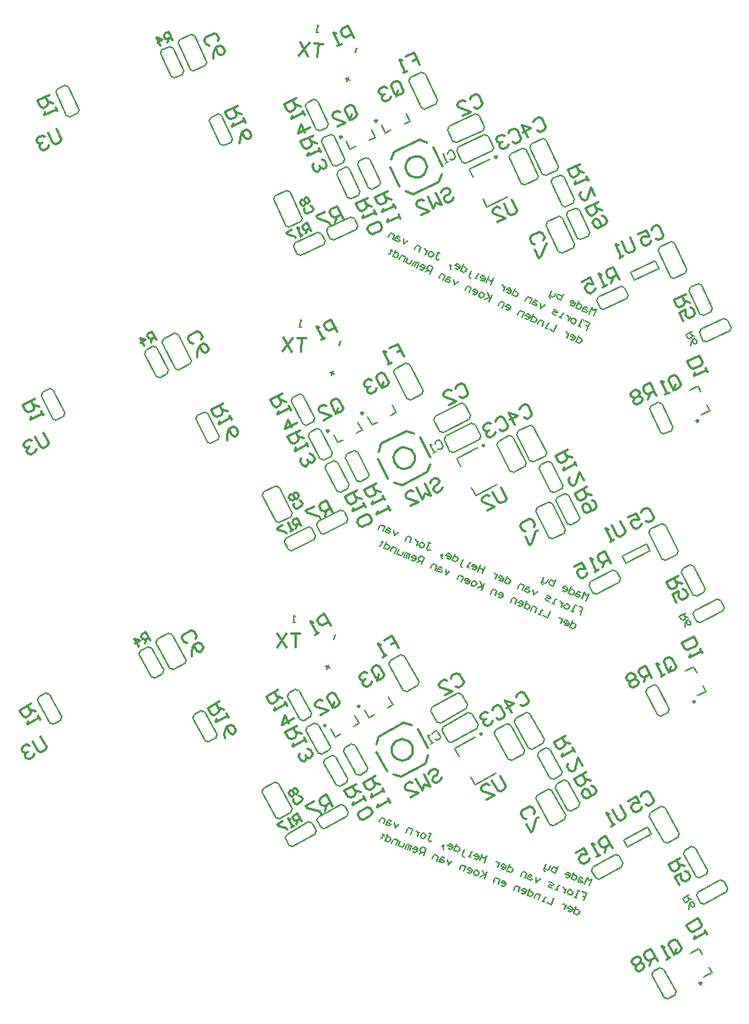
<source format=gbo>
G04*
G04 #@! TF.GenerationSoftware,Altium Limited,Altium Designer,21.7.2 (23)*
G04*
G04 Layer_Color=39423*
%FSLAX25Y25*%
%MOIN*%
G70*
G04*
G04 #@! TF.SameCoordinates,4BFCC9AB-D371-4FE3-9C4A-9AD3909CC9B1*
G04*
G04*
G04 #@! TF.FilePolarity,Positive*
G04*
G01*
G75*
%ADD12C,0.00787*%
%ADD13C,0.01000*%
%ADD67C,0.00709*%
%ADD68C,0.00591*%
%ADD122C,0.00984*%
D12*
X329404Y318809D02*
X328240Y321306D01*
X324672Y319642D02*
X328240Y321306D01*
X333231Y310602D02*
X332066Y313100D01*
X329663Y308938D02*
X333231Y310602D01*
X185660Y427712D02*
X188158Y428877D01*
X186494Y432445D01*
X177453Y423885D02*
X179951Y425050D01*
X177453Y423885D02*
X175790Y427453D01*
X200825Y434783D02*
X203322Y435948D01*
X201659Y439516D01*
X192618Y430957D02*
X195116Y432121D01*
X192618Y430957D02*
X190954Y434525D01*
X236479Y398847D02*
X234815Y402415D01*
X236479Y398847D02*
X245756Y403173D01*
X230489Y411692D02*
X228825Y415260D01*
X238102Y419586D01*
X282845Y351734D02*
X284176Y354588D01*
X282781Y354080D01*
X282273Y355475D01*
X280943Y352622D01*
X280403Y355189D02*
X279452Y355633D01*
X278754Y355379D01*
X278089Y353952D01*
X279516Y353287D01*
X280213Y353541D01*
X279960Y354238D01*
X278533Y354904D01*
X276566Y358137D02*
X275236Y355283D01*
X276662Y354618D01*
X277360Y354871D01*
X277803Y355823D01*
X277550Y356520D01*
X276123Y357185D01*
X272858Y356392D02*
X273809Y355948D01*
X274506Y356202D01*
X274950Y357153D01*
X274696Y357851D01*
X273745Y358294D01*
X273047Y358040D01*
X272826Y357565D01*
X274728Y356678D01*
X269908Y361241D02*
X268577Y358388D01*
X267150Y359053D01*
X266897Y359751D01*
X267118Y360226D01*
X267340Y360702D01*
X268038Y360956D01*
X269464Y360290D01*
X266611Y361621D02*
X265945Y360194D01*
X265248Y359940D01*
X263821Y360606D01*
X263599Y360130D01*
X263853Y359433D01*
X264329Y359211D01*
X263821Y360606D02*
X264708Y362508D01*
X279434Y349387D02*
X281337Y348500D01*
X280672Y347073D01*
X279720Y347517D01*
X280672Y347073D01*
X280006Y345646D01*
X277153Y346977D02*
X276201Y347421D01*
X276677Y347199D01*
X278008Y350052D01*
X278483Y349831D01*
X274299Y348308D02*
X273348Y348751D01*
X273094Y349448D01*
X273537Y350400D01*
X274235Y350654D01*
X275186Y350210D01*
X275440Y349513D01*
X274996Y348561D01*
X274299Y348308D01*
X272808Y351319D02*
X271921Y349416D01*
X272365Y350368D01*
X272111Y351065D01*
X271857Y351762D01*
X271381Y351984D01*
X269067Y350747D02*
X268116Y351191D01*
X268592Y350969D01*
X269479Y352871D01*
X269954Y352649D01*
X266689Y351856D02*
X265263Y352521D01*
X265009Y353219D01*
X265706Y353472D01*
X266657Y353029D01*
X267355Y353283D01*
X267101Y353980D01*
X265674Y354645D01*
X261869Y356420D02*
X260031Y354961D01*
X259967Y357307D01*
X258540Y357972D02*
X257589Y358416D01*
X256892Y358162D01*
X256226Y356735D01*
X257653Y356070D01*
X258350Y356324D01*
X258097Y357021D01*
X256670Y357686D01*
X255275Y357179D02*
X256162Y359081D01*
X254735Y359746D01*
X254038Y359492D01*
X253373Y358066D01*
X248996Y363581D02*
X247666Y360727D01*
X249092Y360062D01*
X249790Y360315D01*
X250233Y361267D01*
X249979Y361964D01*
X248553Y362629D01*
X245287Y361836D02*
X246239Y361392D01*
X246936Y361646D01*
X247380Y362597D01*
X247126Y363295D01*
X246175Y363738D01*
X245477Y363485D01*
X245255Y363009D01*
X247158Y362122D01*
X244748Y364404D02*
X243861Y362501D01*
X244304Y363452D01*
X244050Y364150D01*
X243797Y364847D01*
X243321Y365069D01*
X239484Y368016D02*
X238154Y365162D01*
X238819Y366589D01*
X236916Y367476D01*
X237582Y368903D01*
X236251Y366050D01*
X233873Y367159D02*
X234824Y366715D01*
X235522Y366969D01*
X235965Y367920D01*
X235711Y368617D01*
X234760Y369061D01*
X234063Y368807D01*
X233841Y368332D01*
X235743Y367444D01*
X232446Y367824D02*
X231495Y368267D01*
X231971Y368046D01*
X232858Y369948D01*
X233333Y369726D01*
X229625Y367982D02*
X229149Y368203D01*
X228895Y368901D01*
X230004Y371279D01*
X226643Y374004D02*
X225312Y371150D01*
X226739Y370485D01*
X227436Y370739D01*
X227880Y371690D01*
X227626Y372388D01*
X226199Y373053D01*
X222934Y372259D02*
X223885Y371816D01*
X224583Y372070D01*
X225026Y373021D01*
X224773Y373718D01*
X223821Y374162D01*
X223124Y373908D01*
X222902Y373432D01*
X224805Y372545D01*
X220810Y372671D02*
X220556Y373368D01*
X220778Y373844D01*
X221254Y373622D01*
X221032Y373146D01*
X220556Y373368D01*
X220810Y372671D01*
X221064Y371973D01*
X215229Y379327D02*
X216180Y378883D01*
X215704Y379105D01*
X214595Y376727D01*
X214849Y376029D01*
X215325Y375808D01*
X216022Y376062D01*
X212471Y377138D02*
X211520Y377582D01*
X211266Y378279D01*
X211710Y379230D01*
X212407Y379484D01*
X213358Y379041D01*
X213612Y378343D01*
X213169Y377392D01*
X212471Y377138D01*
X210980Y380150D02*
X210093Y378247D01*
X210537Y379199D01*
X210283Y379896D01*
X210029Y380593D01*
X209554Y380815D01*
X207240Y379578D02*
X208127Y381480D01*
X206700Y382146D01*
X206002Y381892D01*
X205337Y380465D01*
X202419Y384142D02*
X200581Y382683D01*
X200517Y385029D01*
X199090Y385694D02*
X198139Y386138D01*
X197442Y385884D01*
X196776Y384457D01*
X198203Y383792D01*
X198901Y384046D01*
X198647Y384743D01*
X197220Y385408D01*
X195825Y384900D02*
X196712Y386803D01*
X195285Y387468D01*
X194588Y387214D01*
X193923Y385788D01*
X276595Y343299D02*
X275265Y340445D01*
X276692Y339780D01*
X277389Y340034D01*
X277833Y340985D01*
X277579Y341682D01*
X276152Y342348D01*
X272887Y341554D02*
X273838Y341110D01*
X274535Y341364D01*
X274979Y342316D01*
X274725Y343013D01*
X273774Y343456D01*
X273077Y343203D01*
X272855Y342727D01*
X274757Y341840D01*
X272347Y344122D02*
X271460Y342219D01*
X271904Y343171D01*
X271650Y343868D01*
X271396Y344565D01*
X270920Y344787D01*
X267084Y347734D02*
X265753Y344881D01*
X263850Y345768D01*
X262899Y346211D02*
X261948Y346655D01*
X262424Y346433D01*
X263311Y348336D01*
X263786Y348114D01*
X260521Y347320D02*
X261408Y349223D01*
X259982Y349888D01*
X259284Y349634D01*
X258619Y348207D01*
X257096Y352392D02*
X255765Y349538D01*
X257192Y348873D01*
X257889Y349127D01*
X258333Y350078D01*
X258079Y350775D01*
X256652Y351440D01*
X253387Y350647D02*
X254339Y350203D01*
X255036Y350457D01*
X255479Y351408D01*
X255226Y352106D01*
X254274Y352549D01*
X253577Y352295D01*
X253355Y351820D01*
X255258Y350933D01*
X251960Y351312D02*
X252848Y353215D01*
X251421Y353880D01*
X250723Y353626D01*
X250058Y352199D01*
X244827Y354639D02*
X245778Y354195D01*
X246475Y354449D01*
X246919Y355400D01*
X246665Y356098D01*
X245714Y356541D01*
X245016Y356287D01*
X244794Y355812D01*
X246697Y354925D01*
X243400Y355304D02*
X244287Y357207D01*
X242860Y357872D01*
X242163Y357618D01*
X241497Y356191D01*
X239023Y360819D02*
X237692Y357965D01*
X238136Y358917D01*
X237121Y361706D01*
X237882Y359614D01*
X235790Y358853D01*
X234363Y359518D02*
X233412Y359961D01*
X233158Y360659D01*
X233602Y361610D01*
X234299Y361864D01*
X235250Y361420D01*
X235504Y360723D01*
X235061Y359772D01*
X234363Y359518D01*
X230558Y361292D02*
X231510Y360848D01*
X232207Y361102D01*
X232651Y362053D01*
X232397Y362751D01*
X231446Y363194D01*
X230748Y362941D01*
X230526Y362465D01*
X232429Y361578D01*
X229132Y361957D02*
X230019Y363860D01*
X228592Y364525D01*
X227895Y364271D01*
X227229Y362844D01*
X224312Y366521D02*
X222473Y365062D01*
X222409Y367408D01*
X220983Y368074D02*
X220031Y368517D01*
X219334Y368263D01*
X218669Y366836D01*
X220095Y366171D01*
X220793Y366425D01*
X220539Y367122D01*
X219112Y367788D01*
X217717Y367280D02*
X218604Y369182D01*
X217178Y369848D01*
X216480Y369594D01*
X215815Y368167D01*
X212010Y369941D02*
X213341Y372795D01*
X211914Y373460D01*
X211217Y373206D01*
X210773Y372255D01*
X211027Y371558D01*
X212454Y370893D01*
X211503Y371336D02*
X210108Y370828D01*
X207730Y371937D02*
X208681Y371494D01*
X209378Y371748D01*
X209822Y372699D01*
X209568Y373396D01*
X208617Y373840D01*
X207920Y373586D01*
X207698Y373110D01*
X209600Y372223D01*
X206303Y372603D02*
X207190Y374505D01*
X206715Y374727D01*
X206017Y374473D01*
X205352Y373046D01*
X206017Y374473D01*
X205763Y375170D01*
X205066Y374917D01*
X204401Y373490D01*
X204337Y375836D02*
X203671Y374409D01*
X202974Y374155D01*
X201547Y374820D01*
X202434Y376723D01*
X200596Y375264D02*
X201483Y377166D01*
X200056Y377832D01*
X199359Y377578D01*
X198693Y376151D01*
X197170Y380335D02*
X195840Y377482D01*
X197267Y376816D01*
X197964Y377070D01*
X198408Y378021D01*
X198154Y378719D01*
X196727Y379384D01*
X195522Y380525D02*
X195300Y380049D01*
X195776Y379828D01*
X194825Y380271D01*
X195300Y380049D01*
X194635Y378623D01*
X193937Y378369D01*
X325769Y344769D02*
X322915Y343439D01*
X323581Y342012D01*
X324278Y341758D01*
X325229Y342202D01*
X325483Y342899D01*
X324818Y344326D01*
X325261Y343375D02*
X326656Y342867D01*
X325133Y338683D02*
X325165Y339856D01*
X325673Y341250D01*
X326624Y341694D01*
X327321Y341440D01*
X327765Y340489D01*
X327511Y339792D01*
X327035Y339570D01*
X326338Y339824D01*
X325673Y341250D01*
X219615Y421970D02*
X219932Y422841D01*
X221121Y423396D01*
X221993Y423078D01*
X223102Y420700D01*
X222784Y419829D01*
X221595Y419274D01*
X220724Y419592D01*
X219812Y418443D02*
X218623Y417888D01*
X219217Y418165D01*
X217554Y421732D01*
X218426Y421415D01*
X327479Y197038D02*
X326228Y199494D01*
X322720Y197706D02*
X326228Y199494D01*
X331590Y188970D02*
X330339Y191425D01*
X328082Y187182D02*
X331590Y188970D01*
X180022Y300858D02*
X182477Y302110D01*
X180690Y305617D01*
X171953Y296747D02*
X174409Y297999D01*
X171953Y296747D02*
X170166Y300255D01*
X194930Y308455D02*
X197386Y309706D01*
X195598Y313214D01*
X186862Y304344D02*
X189317Y305595D01*
X186862Y304344D02*
X185074Y307852D01*
X231817Y273784D02*
X230029Y277292D01*
X231817Y273784D02*
X240937Y278431D01*
X225382Y286413D02*
X223595Y289920D01*
X232715Y294568D01*
X279799Y228319D02*
X281029Y231217D01*
X279653Y230661D01*
X279097Y232037D01*
X277867Y229139D01*
X277238Y231686D02*
X276272Y232097D01*
X275584Y231819D01*
X274968Y230369D01*
X276417Y229754D01*
X277106Y230032D01*
X276828Y230720D01*
X275378Y231335D01*
X273300Y234498D02*
X272070Y231600D01*
X273519Y230984D01*
X274207Y231262D01*
X274617Y232229D01*
X274339Y232917D01*
X272890Y233532D01*
X269655Y232625D02*
X270621Y232215D01*
X271309Y232493D01*
X271719Y233459D01*
X271441Y234147D01*
X270475Y234557D01*
X269787Y234279D01*
X269582Y233796D01*
X271514Y232976D01*
X266538Y237368D02*
X265307Y234470D01*
X263858Y235085D01*
X263580Y235773D01*
X263785Y236257D01*
X263990Y236740D01*
X264678Y237017D01*
X266128Y236402D01*
X263229Y237633D02*
X262614Y236184D01*
X261926Y235906D01*
X260477Y236521D01*
X260272Y236038D01*
X260550Y235349D01*
X261033Y235144D01*
X260477Y236521D02*
X261297Y238453D01*
X276472Y225854D02*
X278404Y225034D01*
X277789Y223585D01*
X276823Y223995D01*
X277789Y223585D01*
X277174Y222135D01*
X274276Y223366D02*
X273310Y223776D01*
X273793Y223571D01*
X275023Y226469D01*
X275506Y226264D01*
X271377Y224596D02*
X270411Y225006D01*
X270133Y225694D01*
X270544Y226660D01*
X271232Y226938D01*
X272198Y226528D01*
X272476Y225840D01*
X272066Y224874D01*
X271377Y224596D01*
X269782Y227553D02*
X268962Y225621D01*
X269372Y226587D01*
X269094Y227275D01*
X268816Y227963D01*
X268333Y228168D01*
X266064Y226851D02*
X265098Y227261D01*
X265581Y227056D01*
X266401Y228989D01*
X266884Y228784D01*
X263649Y227877D02*
X262200Y228492D01*
X261922Y229180D01*
X262610Y229458D01*
X263576Y229048D01*
X264264Y229326D01*
X263986Y230014D01*
X262537Y230629D01*
X258672Y232269D02*
X256886Y230747D01*
X256740Y233089D01*
X255291Y233705D02*
X254325Y234115D01*
X253637Y233837D01*
X253022Y232387D01*
X254471Y231772D01*
X255159Y232050D01*
X254881Y232738D01*
X253432Y233354D01*
X252056Y232798D02*
X252876Y234730D01*
X251427Y235345D01*
X250739Y235067D01*
X250123Y233618D01*
X245557Y238977D02*
X244327Y236078D01*
X245776Y235463D01*
X246464Y235741D01*
X246874Y236707D01*
X246596Y237395D01*
X245147Y238010D01*
X241912Y237104D02*
X242878Y236693D01*
X243566Y236971D01*
X243976Y237937D01*
X243698Y238626D01*
X242732Y239036D01*
X242044Y238758D01*
X241839Y238275D01*
X243771Y237454D01*
X241283Y239651D02*
X240462Y237719D01*
X240873Y238685D01*
X240595Y239373D01*
X240316Y240061D01*
X239833Y240266D01*
X235896Y243077D02*
X234666Y240179D01*
X235281Y241628D01*
X233349Y242448D01*
X233964Y243898D01*
X232734Y240999D01*
X230318Y242024D02*
X231284Y241614D01*
X231973Y241892D01*
X232383Y242859D01*
X232105Y243547D01*
X231138Y243957D01*
X230450Y243679D01*
X230245Y243196D01*
X232178Y242375D01*
X228869Y242640D02*
X227903Y243050D01*
X228386Y242845D01*
X229206Y244777D01*
X229689Y244572D01*
X226044Y242699D02*
X225561Y242904D01*
X225283Y243592D01*
X226308Y246007D01*
X222854Y248614D02*
X221623Y245715D01*
X223073Y245100D01*
X223761Y245378D01*
X224171Y246344D01*
X223893Y247032D01*
X222444Y247647D01*
X219208Y246740D02*
X220174Y246330D01*
X220862Y246608D01*
X221272Y247574D01*
X220994Y248263D01*
X220028Y248673D01*
X219340Y248395D01*
X219135Y247912D01*
X221068Y247091D01*
X217071Y247078D02*
X216793Y247766D01*
X216998Y248249D01*
X217481Y248044D01*
X217276Y247561D01*
X216793Y247766D01*
X217071Y247078D01*
X217349Y246390D01*
X211261Y253535D02*
X212227Y253124D01*
X211744Y253329D01*
X210718Y250914D01*
X210996Y250226D01*
X211479Y250021D01*
X212168Y250299D01*
X208581Y251251D02*
X207615Y251661D01*
X207337Y252349D01*
X207747Y253316D01*
X208435Y253594D01*
X209401Y253184D01*
X209679Y252496D01*
X209269Y251529D01*
X208581Y251251D01*
X206986Y254209D02*
X206166Y252277D01*
X206576Y253243D01*
X206298Y253931D01*
X206020Y254619D01*
X205537Y254824D01*
X203268Y253507D02*
X204088Y255439D01*
X202639Y256054D01*
X201951Y255776D01*
X201335Y254327D01*
X198291Y257899D02*
X196505Y256377D01*
X196359Y258720D01*
X194910Y259335D02*
X193944Y259745D01*
X193256Y259467D01*
X192641Y258018D01*
X194090Y257403D01*
X194778Y257681D01*
X194500Y258369D01*
X193051Y258984D01*
X191674Y258428D02*
X192495Y260360D01*
X191045Y260975D01*
X190357Y260697D01*
X189742Y259248D01*
X273847Y219670D02*
X272617Y216772D01*
X274066Y216157D01*
X274754Y216435D01*
X275164Y217401D01*
X274886Y218089D01*
X273437Y218704D01*
X270202Y217797D02*
X271168Y217387D01*
X271856Y217665D01*
X272266Y218631D01*
X271988Y219319D01*
X271022Y219729D01*
X270334Y219451D01*
X270129Y218968D01*
X272061Y218148D01*
X269573Y220344D02*
X268753Y218412D01*
X269163Y219378D01*
X268885Y220066D01*
X268607Y220755D01*
X268124Y220960D01*
X264186Y223771D02*
X262956Y220873D01*
X261024Y221693D01*
X260058Y222103D02*
X259092Y222513D01*
X259575Y222308D01*
X260395Y224240D01*
X260878Y224035D01*
X257643Y223128D02*
X258463Y225061D01*
X257014Y225676D01*
X256326Y225398D01*
X255710Y223949D01*
X254042Y228077D02*
X252812Y225179D01*
X254261Y224564D01*
X254949Y224842D01*
X255360Y225808D01*
X255081Y226496D01*
X253632Y227111D01*
X250397Y226204D02*
X251363Y225794D01*
X252051Y226072D01*
X252461Y227038D01*
X252183Y227726D01*
X251217Y228136D01*
X250529Y227858D01*
X250324Y227375D01*
X252256Y226555D01*
X248948Y226819D02*
X249768Y228751D01*
X248319Y229366D01*
X247631Y229088D01*
X247016Y227639D01*
X241702Y229895D02*
X242668Y229485D01*
X243356Y229763D01*
X243766Y230729D01*
X243488Y231417D01*
X242522Y231827D01*
X241834Y231549D01*
X241629Y231066D01*
X243561Y230246D01*
X240253Y230510D02*
X241073Y232442D01*
X239624Y233057D01*
X238936Y232779D01*
X238321Y231330D01*
X235686Y235869D02*
X234456Y232970D01*
X234866Y233936D01*
X233754Y236689D01*
X234588Y234625D01*
X232524Y233790D01*
X231075Y234406D02*
X230109Y234816D01*
X229831Y235504D01*
X230241Y236470D01*
X230929Y236748D01*
X231895Y236338D01*
X232173Y235650D01*
X231763Y234684D01*
X231075Y234406D01*
X227210Y236046D02*
X228177Y235636D01*
X228865Y235914D01*
X229275Y236880D01*
X228997Y237568D01*
X228031Y237978D01*
X227343Y237700D01*
X227138Y237217D01*
X229070Y236397D01*
X225761Y236661D02*
X226582Y238593D01*
X225132Y239208D01*
X224444Y238930D01*
X223829Y237481D01*
X220785Y241054D02*
X218999Y239532D01*
X218853Y241874D01*
X217404Y242489D02*
X216438Y242899D01*
X215749Y242621D01*
X215134Y241172D01*
X216583Y240557D01*
X217272Y240835D01*
X216994Y241523D01*
X215544Y242138D01*
X214168Y241582D02*
X214988Y243514D01*
X213539Y244129D01*
X212851Y243851D01*
X212236Y242402D01*
X208372Y244043D02*
X209602Y246941D01*
X208153Y247556D01*
X207465Y247278D01*
X207055Y246312D01*
X207333Y245624D01*
X208782Y245009D01*
X207816Y245419D02*
X206439Y244863D01*
X204024Y245888D02*
X204990Y245478D01*
X205678Y245756D01*
X206088Y246722D01*
X205810Y247410D01*
X204844Y247820D01*
X204156Y247542D01*
X203951Y247059D01*
X205883Y246239D01*
X202575Y246503D02*
X203395Y248435D01*
X202912Y248640D01*
X202224Y248362D01*
X201609Y246913D01*
X202224Y248362D01*
X201946Y249050D01*
X201258Y248772D01*
X200643Y247323D01*
X200497Y249665D02*
X199882Y248216D01*
X199194Y247938D01*
X197745Y248553D01*
X198565Y250486D01*
X196779Y248964D02*
X197599Y250896D01*
X196150Y251511D01*
X195461Y251233D01*
X194846Y249784D01*
X193178Y253912D02*
X191948Y251014D01*
X193397Y250399D01*
X194085Y250677D01*
X194495Y251643D01*
X194217Y252331D01*
X192768Y252946D01*
X191524Y254044D02*
X191319Y253561D01*
X191802Y253356D01*
X190836Y253766D01*
X191319Y253561D01*
X190704Y252112D01*
X190016Y251834D01*
X322940Y222856D02*
X320134Y221427D01*
X320849Y220024D01*
X321555Y219795D01*
X322490Y220271D01*
X322719Y220977D01*
X322004Y222380D01*
X322481Y221445D02*
X323892Y220986D01*
X322516Y216751D02*
X322508Y217924D01*
X322966Y219336D01*
X323901Y219812D01*
X324607Y219583D01*
X325084Y218648D01*
X324854Y217942D01*
X324387Y217704D01*
X323681Y217933D01*
X322966Y219336D01*
X214156Y296304D02*
X214442Y297187D01*
X215611Y297782D01*
X216494Y297496D01*
X217685Y295158D01*
X217398Y294276D01*
X216229Y293680D01*
X215347Y293967D01*
X214476Y292787D02*
X213307Y292191D01*
X213891Y292489D01*
X212105Y295996D01*
X212987Y295709D01*
X329839Y75092D02*
X328503Y77502D01*
X325059Y75594D02*
X328503Y77502D01*
X334229Y67172D02*
X332893Y69582D01*
X330785Y65263D02*
X334229Y67172D01*
X178848Y173703D02*
X181258Y175039D01*
X179350Y178482D01*
X170928Y169313D02*
X173339Y170649D01*
X170928Y169313D02*
X169020Y172756D01*
X193482Y181815D02*
X195893Y183151D01*
X193984Y186594D01*
X185563Y177425D02*
X187973Y178761D01*
X185563Y177425D02*
X183654Y180868D01*
X231556Y148453D02*
X229648Y151896D01*
X231556Y148453D02*
X240509Y153415D01*
X224685Y160849D02*
X222776Y164292D01*
X231729Y169255D01*
X281096Y104690D02*
X282225Y107629D01*
X280869Y107025D01*
X280265Y108381D01*
X279137Y105442D01*
X278419Y107966D02*
X277439Y108342D01*
X276761Y108040D01*
X276197Y106570D01*
X277667Y106006D01*
X278345Y106308D01*
X278043Y106986D01*
X276573Y107550D01*
X274386Y110638D02*
X273258Y107699D01*
X274727Y107134D01*
X275405Y107436D01*
X275781Y108416D01*
X275480Y109094D01*
X274010Y109658D01*
X270808Y108639D02*
X271788Y108263D01*
X272466Y108565D01*
X272842Y109544D01*
X272540Y110222D01*
X271560Y110599D01*
X270882Y110297D01*
X270694Y109807D01*
X272654Y109055D01*
X267527Y113271D02*
X266399Y110331D01*
X264929Y110896D01*
X264627Y111574D01*
X264815Y112064D01*
X265003Y112553D01*
X265681Y112855D01*
X267151Y112291D01*
X264212Y113419D02*
X263648Y111950D01*
X262970Y111648D01*
X261500Y112212D01*
X261312Y111722D01*
X261614Y111044D01*
X262104Y110856D01*
X261500Y112212D02*
X262252Y114172D01*
X277858Y102110D02*
X279817Y101358D01*
X279253Y99888D01*
X278273Y100264D01*
X279253Y99888D01*
X278689Y98418D01*
X275749Y99547D02*
X274770Y99923D01*
X275259Y99735D01*
X276388Y102674D01*
X276878Y102486D01*
X272810Y100675D02*
X271830Y101051D01*
X271528Y101729D01*
X271904Y102709D01*
X272582Y103011D01*
X273562Y102635D01*
X273864Y101957D01*
X273488Y100977D01*
X272810Y100675D01*
X271113Y103575D02*
X270360Y101615D01*
X270737Y102595D01*
X270435Y103273D01*
X270133Y103951D01*
X269643Y104139D01*
X267421Y102744D02*
X266441Y103120D01*
X266931Y102932D01*
X267683Y104891D01*
X268173Y104703D01*
X264971Y103684D02*
X263502Y104248D01*
X263200Y104926D01*
X263878Y105228D01*
X264858Y104852D01*
X265536Y105154D01*
X265234Y105832D01*
X263764Y106396D01*
X259845Y107900D02*
X258113Y106317D01*
X257885Y108652D01*
X256415Y109217D02*
X255435Y109593D01*
X254757Y109291D01*
X254193Y107821D01*
X255663Y107257D01*
X256341Y107559D01*
X256039Y108237D01*
X254570Y108801D01*
X253214Y108197D02*
X253966Y110157D01*
X252496Y110721D01*
X251818Y110419D01*
X251254Y108949D01*
X246503Y114146D02*
X245375Y111206D01*
X246845Y110642D01*
X247523Y110944D01*
X247899Y111924D01*
X247597Y112602D01*
X246127Y113166D01*
X242925Y112146D02*
X243905Y111770D01*
X244583Y112072D01*
X244959Y113052D01*
X244657Y113730D01*
X243678Y114106D01*
X243000Y113804D01*
X242812Y113314D01*
X244771Y112562D01*
X242208Y114670D02*
X241456Y112711D01*
X241832Y113690D01*
X241530Y114368D01*
X241228Y115047D01*
X240738Y115234D01*
X236705Y117907D02*
X235577Y114967D01*
X236141Y116437D01*
X234181Y117189D01*
X234746Y118659D01*
X233617Y115720D01*
X231168Y116660D02*
X232147Y116284D01*
X232825Y116586D01*
X233202Y117566D01*
X232900Y118244D01*
X231920Y118620D01*
X231242Y118318D01*
X231054Y117828D01*
X233013Y117076D01*
X229698Y117224D02*
X228718Y117600D01*
X229208Y117412D01*
X229960Y119372D01*
X230450Y119184D01*
X226872Y117185D02*
X226382Y117373D01*
X226080Y118051D01*
X227021Y120500D01*
X223478Y122985D02*
X222349Y120045D01*
X223819Y119481D01*
X224497Y119783D01*
X224873Y120763D01*
X224571Y121440D01*
X223101Y122005D01*
X219900Y120985D02*
X220879Y120609D01*
X221557Y120911D01*
X221934Y121891D01*
X221632Y122569D01*
X220652Y122945D01*
X219974Y122643D01*
X219786Y122153D01*
X221745Y121401D01*
X217752Y121248D02*
X217450Y121926D01*
X217638Y122415D01*
X218128Y122227D01*
X217940Y121738D01*
X217450Y121926D01*
X217752Y121248D01*
X218054Y120570D01*
X211720Y127498D02*
X212700Y127122D01*
X212210Y127310D01*
X211269Y124860D01*
X211571Y124182D01*
X212061Y123994D01*
X212739Y124296D01*
X209122Y125123D02*
X208142Y125499D01*
X207840Y126177D01*
X208216Y127156D01*
X208894Y127458D01*
X209874Y127082D01*
X210176Y126404D01*
X209800Y125425D01*
X209122Y125123D01*
X207424Y128023D02*
X206672Y126063D01*
X207048Y127043D01*
X206746Y127721D01*
X206445Y128399D01*
X205955Y128587D01*
X203733Y127191D02*
X204485Y129151D01*
X203015Y129715D01*
X202337Y129413D01*
X201773Y127944D01*
X198606Y131408D02*
X196874Y129824D01*
X196646Y132160D01*
X195176Y132724D02*
X194197Y133100D01*
X193519Y132798D01*
X192955Y131328D01*
X194424Y130764D01*
X195102Y131066D01*
X194800Y131744D01*
X193331Y132308D01*
X191975Y131705D02*
X192727Y133664D01*
X191257Y134229D01*
X190579Y133927D01*
X190015Y132457D01*
X275450Y95838D02*
X274322Y92899D01*
X275792Y92335D01*
X276470Y92637D01*
X276846Y93616D01*
X276544Y94295D01*
X275074Y94859D01*
X271872Y93839D02*
X272852Y93463D01*
X273530Y93765D01*
X273906Y94745D01*
X273604Y95423D01*
X272624Y95799D01*
X271947Y95497D01*
X271759Y95007D01*
X273718Y94255D01*
X271155Y96363D02*
X270403Y94403D01*
X270779Y95383D01*
X270477Y96061D01*
X270175Y96739D01*
X269685Y96927D01*
X265652Y99600D02*
X264524Y96660D01*
X262564Y97413D01*
X261584Y97789D02*
X260604Y98165D01*
X261094Y97977D01*
X261846Y99936D01*
X262336Y99748D01*
X259135Y98729D02*
X259887Y100689D01*
X258417Y101253D01*
X257739Y100951D01*
X257175Y99481D01*
X255364Y103549D02*
X254236Y100610D01*
X255705Y100045D01*
X256383Y100347D01*
X256759Y101327D01*
X256457Y102005D01*
X254988Y102569D01*
X251786Y101550D02*
X252766Y101174D01*
X253444Y101476D01*
X253820Y102455D01*
X253518Y103133D01*
X252538Y103509D01*
X251860Y103208D01*
X251672Y102718D01*
X253632Y101965D01*
X250316Y102114D02*
X251068Y104074D01*
X249599Y104638D01*
X248921Y104336D01*
X248357Y102866D01*
X242968Y104935D02*
X243947Y104559D01*
X244625Y104860D01*
X245002Y105840D01*
X244700Y106518D01*
X243720Y106895D01*
X243042Y106593D01*
X242854Y106103D01*
X244813Y105350D01*
X241498Y105499D02*
X242250Y107459D01*
X240780Y108023D01*
X240102Y107721D01*
X239538Y106251D01*
X236747Y110695D02*
X235619Y107756D01*
X235995Y108736D01*
X234788Y111447D01*
X235693Y109414D01*
X233659Y108508D01*
X232190Y109072D02*
X231210Y109448D01*
X230908Y110126D01*
X231284Y111106D01*
X231962Y111408D01*
X232942Y111032D01*
X233244Y110354D01*
X232868Y109374D01*
X232190Y109072D01*
X228270Y110577D02*
X229250Y110201D01*
X229928Y110502D01*
X230304Y111482D01*
X230002Y112160D01*
X229023Y112536D01*
X228345Y112234D01*
X228156Y111744D01*
X230116Y110992D01*
X226801Y111141D02*
X227553Y113100D01*
X226083Y113665D01*
X225405Y113363D01*
X224841Y111893D01*
X221674Y115357D02*
X219942Y113774D01*
X219714Y116109D01*
X218245Y116674D02*
X217265Y117050D01*
X216587Y116748D01*
X216022Y115278D01*
X217492Y114714D01*
X218170Y115016D01*
X217868Y115694D01*
X216399Y116258D01*
X215043Y115654D02*
X215795Y117614D01*
X214325Y118178D01*
X213647Y117876D01*
X213083Y116406D01*
X209164Y117911D02*
X210292Y120850D01*
X208822Y121414D01*
X208144Y121113D01*
X207768Y120133D01*
X208070Y119455D01*
X209540Y118891D01*
X208560Y119267D02*
X207204Y118663D01*
X204755Y119603D02*
X205734Y119227D01*
X206412Y119529D01*
X206788Y120509D01*
X206487Y121187D01*
X205507Y121563D01*
X204829Y121261D01*
X204641Y120771D01*
X206600Y120019D01*
X203285Y120168D02*
X204037Y122127D01*
X203547Y122315D01*
X202869Y122013D01*
X202305Y120544D01*
X202869Y122013D01*
X202567Y122691D01*
X201889Y122390D01*
X201325Y120920D01*
X201098Y123256D02*
X200534Y121786D01*
X199855Y121484D01*
X198386Y122048D01*
X199138Y124008D01*
X197406Y122424D02*
X198158Y124384D01*
X196688Y124948D01*
X196010Y124646D01*
X195446Y123177D01*
X193635Y127244D02*
X192507Y124305D01*
X193977Y123741D01*
X194655Y124043D01*
X195031Y125022D01*
X194729Y125700D01*
X193259Y126265D01*
X191977Y127319D02*
X191789Y126829D01*
X192279Y126641D01*
X191299Y127017D01*
X191789Y126829D01*
X191225Y125359D01*
X190547Y125057D01*
X324401Y100736D02*
X321648Y99209D01*
X322411Y97832D01*
X323124Y97628D01*
X324042Y98137D01*
X324247Y98850D01*
X323483Y100227D01*
X323992Y99309D02*
X325419Y98900D01*
X324192Y94620D02*
X324142Y95792D01*
X324551Y97219D01*
X325469Y97727D01*
X326182Y97523D01*
X326691Y96605D01*
X326486Y95891D01*
X326027Y95637D01*
X325314Y95842D01*
X324551Y97219D01*
X213121Y170343D02*
X213376Y171235D01*
X214524Y171871D01*
X215415Y171615D01*
X216687Y169320D01*
X216432Y168428D01*
X215284Y167792D01*
X214392Y168048D01*
X213563Y166838D02*
X212416Y166202D01*
X212989Y166520D01*
X211081Y169963D01*
X211973Y169707D01*
D13*
X210118Y418265D02*
X209603Y419115D01*
X208918Y419833D01*
X208095Y420388D01*
X207172Y420753D01*
X206191Y420911D01*
X205200Y420854D01*
X204244Y420585D01*
X203369Y420118D01*
X202614Y419473D01*
X202015Y418680D01*
X201601Y417778D01*
X201391Y416808D01*
X201394Y415815D01*
X201610Y414846D01*
X202030Y413946D01*
X202633Y413158D01*
X203392Y412517D01*
X204270Y412055D01*
X205228Y411792D01*
X206219Y411741D01*
X207198Y411905D01*
X208120Y412275D01*
X208940Y412835D01*
X209620Y413558D01*
X210129Y414410D01*
X210444Y415352D01*
X210548Y416339D01*
X210438Y417326D01*
X210118Y418265D01*
X204669Y404647D02*
X215730Y409805D01*
X196183Y422845D02*
X207244Y428003D01*
X217231Y416369D02*
X213237Y424933D01*
X215730Y409805D02*
X216968Y413206D01*
X198676Y407717D02*
X194683Y416281D01*
X201268Y405885D02*
X204669Y404647D01*
X194946Y419444D02*
X196183Y422845D01*
X207244Y428003D02*
X210645Y426765D01*
X165484Y469593D02*
X161501Y469942D01*
X163492Y469768D01*
X162970Y463792D01*
X159509Y470116D02*
X155003Y464489D01*
X155525Y470465D02*
X158986Y464141D01*
X178935Y472092D02*
X176400Y477528D01*
X173681Y476260D01*
X173198Y474932D01*
X174043Y473120D01*
X175372Y472636D01*
X178089Y473904D01*
X173498Y469557D02*
X171686Y468712D01*
X172592Y469134D01*
X170057Y474570D01*
X171386Y474087D01*
X160281Y388511D02*
X158618Y392078D01*
X156834Y391246D01*
X156517Y390374D01*
X157071Y389186D01*
X157943Y388868D01*
X159726Y389700D01*
X158537Y389145D02*
X157903Y387402D01*
X156714Y386847D02*
X155525Y386293D01*
X156119Y386570D01*
X154456Y390137D01*
X155328Y389820D01*
X152078Y389028D02*
X149700Y387920D01*
X149977Y387325D01*
X153464Y386056D01*
X153741Y385461D01*
X159849Y399531D02*
X160721Y399214D01*
X161275Y398025D01*
X160958Y397153D01*
X158580Y396044D01*
X157709Y396362D01*
X157154Y397551D01*
X157471Y398422D01*
X159295Y400720D02*
X159612Y401592D01*
X159058Y402781D01*
X158186Y403098D01*
X157591Y402821D01*
X157274Y401949D01*
X156403Y402267D01*
X155808Y401989D01*
X155491Y401118D01*
X156045Y399929D01*
X156917Y399611D01*
X157511Y399888D01*
X157829Y400760D01*
X158700Y400443D01*
X159295Y400720D01*
X157829Y400760D02*
X157274Y401949D01*
X128510Y442784D02*
X123074Y440249D01*
X124341Y437531D01*
X125670Y437047D01*
X127482Y437892D01*
X127965Y439221D01*
X126698Y441939D01*
X127543Y440127D02*
X130200Y439160D01*
X131045Y437348D02*
X131890Y435536D01*
X131467Y436442D01*
X126031Y433907D01*
X126515Y435235D01*
X129411Y426659D02*
X129472Y428893D01*
X130439Y431550D01*
X132251Y432395D01*
X133580Y431912D01*
X134424Y430100D01*
X133941Y428771D01*
X133035Y428349D01*
X131707Y428832D01*
X130439Y431550D01*
X247447Y402057D02*
X249559Y397527D01*
X249076Y396199D01*
X247264Y395354D01*
X245935Y395837D01*
X243823Y400367D01*
X240922Y392396D02*
X244546Y394086D01*
X239232Y396021D01*
X238809Y396927D01*
X239293Y398255D01*
X241105Y399100D01*
X242433Y398617D01*
X298524Y385807D02*
X300637Y381277D01*
X300153Y379948D01*
X298341Y379103D01*
X297013Y379587D01*
X294900Y384117D01*
X295623Y377836D02*
X293811Y376991D01*
X294717Y377413D01*
X292182Y382850D01*
X293511Y382366D01*
X216699Y405079D02*
X217183Y406407D01*
X218995Y407252D01*
X220323Y406768D01*
X220746Y405862D01*
X220262Y404534D01*
X218450Y403689D01*
X217967Y402360D01*
X218389Y401454D01*
X219718Y400971D01*
X221530Y401816D01*
X222013Y403144D01*
X214465Y405139D02*
X217000Y399704D01*
X214343Y400670D01*
X213375Y398013D01*
X210841Y403450D01*
X207939Y395479D02*
X211563Y397169D01*
X206249Y399103D01*
X205827Y400009D01*
X206311Y401337D01*
X208123Y402182D01*
X209451Y401699D01*
X293910Y367547D02*
X291375Y372983D01*
X288657Y371716D01*
X288174Y370387D01*
X289019Y368575D01*
X290347Y368092D01*
X293065Y369359D01*
X291253Y368514D02*
X290286Y365857D01*
X288474Y365012D02*
X286662Y364167D01*
X287568Y364590D01*
X285033Y370026D01*
X286362Y369542D01*
X277785Y366646D02*
X281409Y368336D01*
X282677Y365618D01*
X280442Y365679D01*
X279536Y365256D01*
X279053Y363928D01*
X279897Y362116D01*
X281226Y361632D01*
X283038Y362477D01*
X283522Y363806D01*
X154138Y446047D02*
X148702Y443512D01*
X149970Y440794D01*
X151298Y440310D01*
X153110Y441155D01*
X153594Y442484D01*
X152326Y445202D01*
X153171Y443390D02*
X155828Y442422D01*
X156673Y440611D02*
X157518Y438799D01*
X157096Y439705D01*
X151660Y437170D01*
X152143Y438498D01*
X160053Y433362D02*
X154617Y430828D01*
X156068Y434813D01*
X157757Y431189D01*
X161179Y430001D02*
X155743Y427467D01*
X157010Y424749D01*
X158339Y424265D01*
X160151Y425110D01*
X160634Y426439D01*
X159367Y429156D01*
X160212Y427345D02*
X162869Y426377D01*
X163714Y424565D02*
X164559Y422753D01*
X164136Y423659D01*
X158700Y421125D01*
X159184Y422453D01*
X161296Y417923D02*
X160813Y416594D01*
X161658Y414782D01*
X162986Y414299D01*
X163892Y414721D01*
X164376Y416050D01*
X163953Y416956D01*
X164376Y416050D01*
X165704Y415566D01*
X166610Y415989D01*
X167094Y417317D01*
X166249Y419129D01*
X164920Y419613D01*
X277095Y417588D02*
X271659Y415053D01*
X272926Y412335D01*
X274255Y411852D01*
X276067Y412697D01*
X276550Y414025D01*
X275283Y416743D01*
X276128Y414931D02*
X278785Y413964D01*
X279630Y412152D02*
X280475Y410340D01*
X280052Y411246D01*
X274616Y408711D01*
X275100Y410040D01*
X283432Y403998D02*
X281742Y407622D01*
X279808Y402308D01*
X278902Y401885D01*
X277574Y402369D01*
X276729Y404181D01*
X277212Y405510D01*
X193556Y405766D02*
X188119Y403231D01*
X189387Y400513D01*
X190715Y400030D01*
X192527Y400875D01*
X193011Y402203D01*
X191744Y404921D01*
X192588Y403109D02*
X195246Y402142D01*
X196090Y400330D02*
X196935Y398518D01*
X196513Y399424D01*
X191077Y396889D01*
X191560Y398218D01*
X198203Y395800D02*
X199048Y393988D01*
X198625Y394894D01*
X193189Y392359D01*
X193673Y393687D01*
X185105Y402928D02*
X179669Y400393D01*
X180936Y397675D01*
X182265Y397192D01*
X184077Y398037D01*
X184560Y399365D01*
X183293Y402083D01*
X184138Y400271D02*
X186795Y399304D01*
X187640Y397492D02*
X188485Y395680D01*
X188062Y396586D01*
X182626Y394051D01*
X183110Y395380D01*
X185222Y390850D02*
X184738Y389521D01*
X185583Y387709D01*
X186912Y387226D01*
X190536Y388916D01*
X191019Y390244D01*
X190174Y392056D01*
X188846Y392540D01*
X185222Y390850D01*
X284807Y401051D02*
X279370Y398516D01*
X280638Y395797D01*
X281966Y395314D01*
X283779Y396159D01*
X284262Y397487D01*
X282995Y400206D01*
X283840Y398394D02*
X286496Y397426D01*
X286436Y395192D02*
X287764Y394708D01*
X288609Y392896D01*
X288125Y391568D01*
X284501Y389878D01*
X283173Y390361D01*
X282328Y392174D01*
X282811Y393502D01*
X283717Y393924D01*
X285046Y393441D01*
X286313Y390723D01*
X309941Y317316D02*
X307406Y322752D01*
X304688Y321484D01*
X304204Y320156D01*
X305049Y318344D01*
X306378Y317860D01*
X309096Y319128D01*
X307284Y318283D02*
X306317Y315626D01*
X302392Y319311D02*
X301064Y319794D01*
X299252Y318949D01*
X298768Y317621D01*
X299191Y316715D01*
X300519Y316231D01*
X300036Y314903D01*
X300458Y313997D01*
X301787Y313513D01*
X303599Y314358D01*
X304082Y315687D01*
X303660Y316593D01*
X302331Y317076D01*
X302815Y318405D01*
X302392Y319311D01*
X302331Y317076D02*
X300519Y316231D01*
X174169Y393849D02*
X171634Y399285D01*
X168916Y398018D01*
X168432Y396689D01*
X169277Y394877D01*
X170606Y394394D01*
X173324Y395661D01*
X171511Y394816D02*
X170545Y392159D01*
X166198Y396750D02*
X162574Y395060D01*
X162996Y394154D01*
X168310Y392220D01*
X168732Y391314D01*
X322909Y361260D02*
X317473Y358725D01*
X318741Y356007D01*
X320069Y355523D01*
X321881Y356368D01*
X322365Y357697D01*
X321097Y360415D01*
X321942Y358603D02*
X324599Y357636D01*
X321698Y349665D02*
X320008Y353289D01*
X322726Y354556D01*
X322665Y352322D01*
X323088Y351416D01*
X324416Y350932D01*
X326228Y351777D01*
X326712Y353106D01*
X325867Y354918D01*
X324538Y355401D01*
X100310Y471318D02*
X98646Y474885D01*
X96863Y474053D01*
X96546Y473182D01*
X97100Y471993D01*
X97972Y471675D01*
X99755Y472507D01*
X98566Y471953D02*
X97932Y470209D01*
X94959Y468823D02*
X93296Y472390D01*
X95911Y471438D01*
X93533Y470329D01*
X46984Y447605D02*
X41547Y445070D01*
X42815Y442352D01*
X44143Y441868D01*
X45955Y442713D01*
X46439Y444042D01*
X45171Y446760D01*
X46016Y444948D02*
X48673Y443981D01*
X49518Y442169D02*
X50363Y440357D01*
X49941Y441263D01*
X44505Y438728D01*
X44988Y440057D01*
X196717Y447821D02*
X195027Y451445D01*
X195511Y452773D01*
X197323Y453618D01*
X198651Y453135D01*
X200341Y449511D01*
X199858Y448182D01*
X198046Y447337D01*
X198107Y449572D02*
X197140Y446915D01*
X198046Y447337D02*
X196717Y447821D01*
X193215Y450600D02*
X191887Y451083D01*
X190075Y450238D01*
X189591Y448910D01*
X190014Y448004D01*
X191342Y447520D01*
X192248Y447943D01*
X191342Y447520D01*
X190859Y446192D01*
X191281Y445286D01*
X192610Y444802D01*
X194422Y445647D01*
X194905Y446976D01*
X176616Y437361D02*
X174926Y440986D01*
X175410Y442314D01*
X177222Y443159D01*
X178550Y442675D01*
X180240Y439051D01*
X179757Y437723D01*
X177945Y436878D01*
X178006Y439113D02*
X177039Y436455D01*
X177945Y436878D02*
X176616Y437361D01*
X171603Y433921D02*
X175227Y435610D01*
X169913Y437545D01*
X169490Y438451D01*
X169974Y439779D01*
X171786Y440624D01*
X173114Y440141D01*
X316955Y320354D02*
X315265Y323978D01*
X315749Y325307D01*
X317561Y326152D01*
X318889Y325668D01*
X320579Y322044D01*
X320095Y320716D01*
X318283Y319871D01*
X318344Y322105D02*
X317377Y319448D01*
X318283Y319871D02*
X316955Y320354D01*
X315565Y318603D02*
X313753Y317758D01*
X314659Y318181D01*
X312124Y323617D01*
X313453Y323133D01*
X201305Y464160D02*
X204929Y465850D01*
X206196Y463132D01*
X204384Y462287D01*
X206196Y463132D01*
X207464Y460414D01*
X202028Y457879D02*
X200216Y457034D01*
X201121Y457457D01*
X198587Y462893D01*
X199915Y462409D01*
X323358Y332130D02*
X328795Y334665D01*
X330062Y331947D01*
X329578Y330619D01*
X325954Y328929D01*
X324626Y329412D01*
X323358Y332130D01*
X331329Y329229D02*
X332174Y327417D01*
X331752Y328323D01*
X326316Y325788D01*
X326799Y327117D01*
X257405Y382775D02*
X256077Y383259D01*
X255232Y385071D01*
X255715Y386399D01*
X259340Y388089D01*
X260668Y387606D01*
X261513Y385793D01*
X261030Y384465D01*
X257344Y380540D02*
X259034Y376916D01*
X259940Y377339D01*
X261874Y382653D01*
X262780Y383075D01*
X116205Y468990D02*
X114876Y469473D01*
X114031Y471285D01*
X114515Y472614D01*
X118139Y474304D01*
X119467Y473820D01*
X120312Y472008D01*
X119829Y470680D01*
X117834Y463131D02*
X117895Y465366D01*
X118862Y468023D01*
X120674Y468868D01*
X122002Y468384D01*
X122847Y466572D01*
X122364Y465243D01*
X121458Y464821D01*
X120129Y465305D01*
X118862Y468023D01*
X307806Y388918D02*
X308290Y390247D01*
X310102Y391092D01*
X311430Y390608D01*
X313120Y386984D01*
X312636Y385655D01*
X310824Y384811D01*
X309496Y385294D01*
X301947Y387289D02*
X305572Y388979D01*
X306839Y386261D01*
X304604Y386322D01*
X303698Y385900D01*
X303215Y384571D01*
X304060Y382759D01*
X305388Y382276D01*
X307200Y383121D01*
X307684Y384449D01*
X256683Y435669D02*
X257167Y436998D01*
X258979Y437843D01*
X260308Y437359D01*
X261997Y433735D01*
X261514Y432407D01*
X259702Y431562D01*
X258373Y432045D01*
X254266Y429027D02*
X251731Y434463D01*
X255716Y433012D01*
X252092Y431322D01*
X245979Y430678D02*
X246463Y432006D01*
X248275Y432851D01*
X249603Y432368D01*
X251293Y428744D01*
X250810Y427415D01*
X248997Y426570D01*
X247669Y427054D01*
X244167Y429833D02*
X242839Y430316D01*
X241026Y429471D01*
X240543Y428143D01*
X240965Y427237D01*
X242294Y426754D01*
X243200Y427176D01*
X242294Y426754D01*
X241810Y425425D01*
X242233Y424519D01*
X243561Y424035D01*
X245373Y424880D01*
X245857Y426209D01*
X229216Y445667D02*
X229699Y446995D01*
X231511Y447840D01*
X232839Y447357D01*
X234529Y443733D01*
X234046Y442404D01*
X232234Y441559D01*
X230905Y442043D01*
X225892Y438602D02*
X229516Y440292D01*
X224202Y442226D01*
X223779Y443132D01*
X224263Y444461D01*
X226075Y445306D01*
X227403Y444822D01*
X49963Y432904D02*
X52075Y428374D01*
X51592Y427046D01*
X49780Y426201D01*
X48451Y426685D01*
X46339Y431215D01*
X44949Y429464D02*
X43621Y429947D01*
X41809Y429102D01*
X41325Y427774D01*
X41748Y426868D01*
X43076Y426384D01*
X43982Y426807D01*
X43076Y426384D01*
X42593Y425056D01*
X43015Y424150D01*
X44344Y423666D01*
X46156Y424511D01*
X46639Y425840D01*
X204794Y292271D02*
X204250Y293102D01*
X203541Y293796D01*
X202698Y294322D01*
X201763Y294654D01*
X200778Y294778D01*
X199789Y294686D01*
X198843Y294385D01*
X197984Y293887D01*
X197253Y293216D01*
X196682Y292403D01*
X196300Y291487D01*
X196123Y290510D01*
X196161Y289518D01*
X196411Y288557D01*
X196862Y287672D01*
X197492Y286905D01*
X198272Y286292D01*
X199167Y285860D01*
X200133Y285631D01*
X201125Y285615D01*
X202098Y285813D01*
X203006Y286215D01*
X203806Y286803D01*
X204461Y287549D01*
X204940Y288418D01*
X205221Y289371D01*
X205291Y290361D01*
X205146Y291343D01*
X204794Y292271D01*
X199824Y278471D02*
X210698Y284012D01*
X190708Y296362D02*
X201583Y301903D01*
X211968Y290625D02*
X207679Y299043D01*
X210698Y284012D02*
X211816Y287454D01*
X193727Y281330D02*
X189438Y289749D01*
X196382Y279590D02*
X199824Y278471D01*
X189590Y292920D02*
X190708Y296362D01*
X201583Y301903D02*
X205025Y300784D01*
X158396Y342010D02*
X154403Y342219D01*
X156400Y342115D01*
X156086Y336125D01*
X152406Y342324D02*
X148099Y336543D01*
X148413Y342533D02*
X152092Y336334D01*
X171751Y344976D02*
X169028Y350321D01*
X166356Y348959D01*
X165919Y347615D01*
X166827Y345833D01*
X168171Y345396D01*
X170843Y346758D01*
X166407Y342253D02*
X164625Y341346D01*
X165516Y341799D01*
X162793Y347144D01*
X164138Y346707D01*
X156026Y260795D02*
X154239Y264302D01*
X152486Y263409D01*
X152199Y262527D01*
X152795Y261358D01*
X153677Y261071D01*
X155430Y261964D01*
X154261Y261369D02*
X153688Y259604D01*
X152519Y259009D02*
X151350Y258413D01*
X151935Y258711D01*
X150148Y262218D01*
X151030Y261931D01*
X147810Y261027D02*
X145472Y259835D01*
X145770Y259251D01*
X149299Y258104D01*
X149597Y257520D01*
X155210Y271794D02*
X156092Y271507D01*
X156688Y270338D01*
X156401Y269456D01*
X154063Y268265D01*
X153181Y268552D01*
X152585Y269721D01*
X152872Y270603D01*
X154614Y272963D02*
X154901Y273845D01*
X154305Y275014D01*
X153423Y275301D01*
X152839Y275003D01*
X152552Y274121D01*
X151670Y274407D01*
X151085Y274110D01*
X150799Y273227D01*
X151394Y272058D01*
X152276Y271772D01*
X152861Y272070D01*
X153148Y272952D01*
X154030Y272665D01*
X154614Y272963D01*
X153148Y272952D02*
X152552Y274121D01*
X122380Y313927D02*
X117036Y311204D01*
X118397Y308531D01*
X119742Y308095D01*
X121523Y309002D01*
X121960Y310347D01*
X120598Y313019D01*
X121506Y311238D02*
X124195Y310364D01*
X125103Y308582D02*
X126011Y306801D01*
X125557Y307692D01*
X120212Y304969D01*
X120649Y306313D01*
X123843Y297843D02*
X123826Y300078D01*
X124700Y302767D01*
X126481Y303675D01*
X127826Y303238D01*
X128734Y301456D01*
X128297Y300112D01*
X127406Y299658D01*
X126062Y300095D01*
X124700Y302767D01*
X242666Y277376D02*
X244935Y272922D01*
X244498Y271578D01*
X242717Y270670D01*
X241372Y271107D01*
X239103Y275560D01*
X236482Y267493D02*
X240045Y269308D01*
X234667Y271056D01*
X234213Y271947D01*
X234650Y273291D01*
X236431Y274199D01*
X237776Y273762D01*
X294279Y262918D02*
X296549Y258464D01*
X296112Y257120D01*
X294330Y256212D01*
X292986Y256649D01*
X290716Y261102D01*
X291658Y254850D02*
X289877Y253943D01*
X290767Y254397D01*
X288044Y259741D01*
X289389Y259304D01*
X211831Y279322D02*
X212268Y280667D01*
X214050Y281574D01*
X215394Y281137D01*
X215848Y280247D01*
X215411Y278902D01*
X213630Y277994D01*
X213193Y276650D01*
X213647Y275759D01*
X214991Y275322D01*
X216773Y276230D01*
X217210Y277574D01*
X209596Y279305D02*
X212319Y273961D01*
X209630Y274834D01*
X208756Y272145D01*
X206033Y277490D01*
X203412Y269422D02*
X206975Y271238D01*
X201597Y272985D01*
X201143Y273876D01*
X201580Y275220D01*
X203361Y276128D01*
X204706Y275691D01*
X290305Y244508D02*
X287582Y249852D01*
X284910Y248491D01*
X284473Y247146D01*
X285381Y245365D01*
X286725Y244928D01*
X289398Y246289D01*
X287616Y245382D02*
X286742Y242693D01*
X284961Y241785D02*
X283180Y240877D01*
X284070Y241331D01*
X281347Y246675D01*
X282692Y246239D01*
X274221Y243045D02*
X277784Y244860D01*
X279146Y242188D01*
X276911Y242171D01*
X276020Y241717D01*
X275583Y240373D01*
X276491Y238591D01*
X277835Y238154D01*
X279617Y239062D01*
X280054Y240406D01*
X147879Y318082D02*
X142535Y315359D01*
X143896Y312687D01*
X145241Y312250D01*
X147022Y313157D01*
X147459Y314502D01*
X146098Y317174D01*
X147005Y315393D02*
X149694Y314519D01*
X150602Y312737D02*
X151510Y310956D01*
X151056Y311847D01*
X145712Y309124D01*
X146149Y310468D01*
X154233Y305612D02*
X148889Y302889D01*
X150199Y306922D01*
X152015Y303360D01*
X155475Y302292D02*
X150131Y299569D01*
X151493Y296897D01*
X152837Y296460D01*
X154619Y297368D01*
X155055Y298712D01*
X153694Y301384D01*
X154602Y299603D02*
X157291Y298729D01*
X158198Y296948D02*
X159106Y295166D01*
X158652Y296057D01*
X153308Y293334D01*
X153745Y294679D01*
X156014Y290225D02*
X155577Y288880D01*
X156485Y287099D01*
X157829Y286662D01*
X158720Y287116D01*
X159157Y288461D01*
X158703Y289351D01*
X159157Y288461D01*
X160502Y288024D01*
X161392Y288477D01*
X161829Y289822D01*
X160922Y291603D01*
X159577Y292040D01*
X271754Y293932D02*
X266410Y291209D01*
X267771Y288537D01*
X269116Y288100D01*
X270897Y289007D01*
X271334Y290352D01*
X269972Y293024D01*
X270880Y291243D02*
X273569Y290369D01*
X274477Y288587D02*
X275385Y286806D01*
X274931Y287697D01*
X269586Y284974D01*
X270023Y286318D01*
X278562Y280571D02*
X276746Y284134D01*
X274999Y278756D01*
X274108Y278302D01*
X272763Y278739D01*
X271856Y280520D01*
X272293Y281865D01*
X188678Y279201D02*
X183334Y276478D01*
X184695Y273806D01*
X186040Y273369D01*
X187821Y274277D01*
X188258Y275622D01*
X186897Y278294D01*
X187804Y276512D02*
X190493Y275639D01*
X191401Y273857D02*
X192309Y272076D01*
X191855Y272966D01*
X186511Y270243D01*
X186948Y271588D01*
X193670Y269404D02*
X194578Y267622D01*
X194124Y268513D01*
X188780Y265790D01*
X189217Y267134D01*
X180331Y276071D02*
X174987Y273347D01*
X176349Y270675D01*
X177693Y270238D01*
X179475Y271146D01*
X179911Y272491D01*
X178550Y275163D01*
X179458Y273381D02*
X182147Y272508D01*
X183054Y270726D02*
X183962Y268945D01*
X183508Y269835D01*
X178164Y267112D01*
X178601Y268457D01*
X180870Y264003D02*
X180433Y262659D01*
X181341Y260877D01*
X182685Y260441D01*
X186248Y262256D01*
X186685Y263600D01*
X185777Y265382D01*
X184433Y265819D01*
X180870Y264003D01*
X280038Y277673D02*
X274694Y274950D01*
X276055Y272278D01*
X277400Y271841D01*
X279181Y272749D01*
X279618Y274094D01*
X278257Y276766D01*
X279164Y274984D02*
X281853Y274111D01*
X281870Y271875D02*
X283215Y271438D01*
X284123Y269657D01*
X283686Y268312D01*
X280123Y266497D01*
X278778Y266934D01*
X277871Y268715D01*
X278308Y270060D01*
X279198Y270514D01*
X280543Y270077D01*
X281904Y267405D01*
X308079Y194867D02*
X305356Y200211D01*
X302684Y198849D01*
X302247Y197505D01*
X303155Y195723D01*
X304499Y195287D01*
X307172Y196648D01*
X305390Y195740D02*
X304516Y193051D01*
X300466Y196597D02*
X299121Y197034D01*
X297340Y196126D01*
X296903Y194782D01*
X297357Y193891D01*
X298701Y193454D01*
X298264Y192110D01*
X298718Y191219D01*
X300063Y190782D01*
X301844Y191690D01*
X302281Y193034D01*
X301827Y193925D01*
X300483Y194362D01*
X300920Y195706D01*
X300466Y196597D01*
X300483Y194362D02*
X298701Y193454D01*
X169719Y266615D02*
X166996Y271959D01*
X164323Y270598D01*
X163887Y269253D01*
X164794Y267472D01*
X166139Y267035D01*
X168811Y268396D01*
X167030Y267489D02*
X166156Y264800D01*
X161651Y269236D02*
X158088Y267421D01*
X158542Y266530D01*
X163920Y264783D01*
X164374Y263892D01*
X319506Y239237D02*
X314162Y236514D01*
X315523Y233842D01*
X316868Y233405D01*
X318649Y234312D01*
X319086Y235657D01*
X317725Y238329D01*
X318632Y236548D02*
X321322Y235674D01*
X318700Y227607D02*
X316885Y231169D01*
X319557Y232531D01*
X319574Y230296D01*
X320028Y229405D01*
X321372Y228968D01*
X323154Y229876D01*
X323591Y231220D01*
X322683Y233002D01*
X321339Y233439D01*
X93201Y341459D02*
X91414Y344966D01*
X89661Y344073D01*
X89375Y343190D01*
X89970Y342021D01*
X90852Y341735D01*
X92606Y342628D01*
X91437Y342033D02*
X90863Y340268D01*
X87941Y338779D02*
X86154Y342286D01*
X88801Y341426D01*
X86463Y340235D01*
X40735Y315900D02*
X35391Y313176D01*
X36752Y310504D01*
X38097Y310068D01*
X39878Y310975D01*
X40315Y312320D01*
X38954Y314992D01*
X39861Y313211D02*
X42550Y312337D01*
X43458Y310555D02*
X44366Y308774D01*
X43912Y309665D01*
X38568Y306942D01*
X39004Y308286D01*
X190370Y321341D02*
X188555Y324904D01*
X188991Y326248D01*
X190773Y327156D01*
X192117Y326719D01*
X193933Y323156D01*
X193496Y321812D01*
X191715Y320904D01*
X191698Y323139D02*
X190824Y320450D01*
X191715Y320904D02*
X190370Y321341D01*
X186773Y323996D02*
X185429Y324433D01*
X183647Y323525D01*
X183210Y322181D01*
X183664Y321290D01*
X185009Y320853D01*
X185899Y321307D01*
X185009Y320853D01*
X184572Y319509D01*
X185026Y318618D01*
X186370Y318181D01*
X188152Y319089D01*
X188589Y320433D01*
X170646Y310187D02*
X168831Y313749D01*
X169268Y315094D01*
X171049Y316002D01*
X172394Y315565D01*
X174209Y312002D01*
X173772Y310657D01*
X171991Y309750D01*
X171974Y311985D02*
X171100Y309296D01*
X171991Y309750D02*
X170646Y310187D01*
X165756Y306573D02*
X169319Y308388D01*
X163941Y310136D01*
X163487Y311026D01*
X163924Y312371D01*
X165705Y313279D01*
X167050Y312842D01*
X314983Y198148D02*
X313168Y201711D01*
X313604Y203056D01*
X315386Y203963D01*
X316730Y203526D01*
X318546Y199963D01*
X318109Y198619D01*
X316328Y197711D01*
X316311Y199946D02*
X315437Y197257D01*
X316328Y197711D02*
X314983Y198148D01*
X313655Y196350D02*
X311874Y195442D01*
X312765Y195896D01*
X310042Y201240D01*
X311386Y200803D01*
X194384Y337830D02*
X197947Y339646D01*
X199309Y336974D01*
X197527Y336066D01*
X199309Y336974D01*
X200670Y334301D01*
X195326Y331578D02*
X193545Y330671D01*
X194435Y331125D01*
X191712Y336469D01*
X193057Y336032D01*
X320972Y210141D02*
X326316Y212864D01*
X327677Y210191D01*
X327241Y208847D01*
X323678Y207032D01*
X322333Y207469D01*
X320972Y210141D01*
X329039Y207519D02*
X329947Y205738D01*
X329493Y206629D01*
X324149Y203906D01*
X324586Y205250D01*
X253291Y258453D02*
X251947Y258890D01*
X251039Y260671D01*
X251476Y262016D01*
X255039Y263831D01*
X256383Y263394D01*
X257291Y261613D01*
X256854Y260268D01*
X253308Y256218D02*
X255124Y252655D01*
X256014Y253108D01*
X257762Y258487D01*
X258653Y258941D01*
X109168Y339687D02*
X107823Y340124D01*
X106915Y341905D01*
X107352Y343250D01*
X110915Y345065D01*
X112260Y344628D01*
X113168Y342847D01*
X112731Y341502D01*
X111000Y333889D02*
X110983Y336124D01*
X111857Y338813D01*
X113638Y339721D01*
X114983Y339284D01*
X115891Y337503D01*
X115454Y336158D01*
X114563Y335704D01*
X113218Y336141D01*
X111857Y338813D01*
X303447Y266351D02*
X303884Y267696D01*
X305665Y268603D01*
X307010Y268166D01*
X308825Y264604D01*
X308388Y263259D01*
X306607Y262351D01*
X305262Y262788D01*
X297649Y264519D02*
X301212Y266334D01*
X302573Y263662D01*
X300338Y263645D01*
X299447Y263191D01*
X299010Y261847D01*
X299918Y260065D01*
X301262Y259628D01*
X303044Y260536D01*
X303481Y261880D01*
X250724Y311290D02*
X251161Y312634D01*
X252942Y313542D01*
X254287Y313105D01*
X256102Y309542D01*
X255665Y308198D01*
X253884Y307290D01*
X252539Y307727D01*
X248539Y304567D02*
X245816Y309911D01*
X249850Y308601D01*
X246287Y306785D01*
X240200Y305928D02*
X240637Y307272D01*
X242418Y308180D01*
X243763Y307743D01*
X245578Y304180D01*
X245142Y302836D01*
X243360Y301928D01*
X242016Y302365D01*
X238419Y305020D02*
X237074Y305457D01*
X235293Y304549D01*
X234856Y303205D01*
X235310Y302314D01*
X236654Y301877D01*
X237545Y302331D01*
X236654Y301877D01*
X236217Y300533D01*
X236671Y299642D01*
X238016Y299205D01*
X239797Y300113D01*
X240234Y301457D01*
X222924Y320323D02*
X223360Y321667D01*
X225142Y322575D01*
X226486Y322138D01*
X228302Y318575D01*
X227865Y317231D01*
X226084Y316323D01*
X224739Y316760D01*
X219849Y313146D02*
X223411Y314961D01*
X218033Y316709D01*
X217579Y317600D01*
X218016Y318944D01*
X219798Y319852D01*
X221142Y319415D01*
X44226Y301312D02*
X46495Y296858D01*
X46058Y295514D01*
X44277Y294606D01*
X42932Y295043D01*
X40663Y299497D01*
X39335Y297698D02*
X37991Y298135D01*
X36209Y297227D01*
X35772Y295883D01*
X36226Y294992D01*
X37571Y294555D01*
X38462Y295009D01*
X37571Y294555D01*
X37134Y293211D01*
X37588Y292320D01*
X38932Y291883D01*
X40714Y292791D01*
X41151Y294135D01*
X203905Y165985D02*
X203333Y166797D01*
X202599Y167466D01*
X201739Y167962D01*
X200793Y168261D01*
X199804Y168350D01*
X198819Y168224D01*
X197884Y167890D01*
X197043Y167362D01*
X196335Y166666D01*
X195794Y165834D01*
X195443Y164905D01*
X195301Y163923D01*
X195373Y162932D01*
X195657Y161981D01*
X196138Y161112D01*
X196795Y160368D01*
X197596Y159782D01*
X198505Y159382D01*
X199478Y159187D01*
X200471Y159205D01*
X201436Y159437D01*
X202329Y159870D01*
X203109Y160486D01*
X203737Y161254D01*
X204186Y162140D01*
X204433Y163101D01*
X204469Y164093D01*
X204290Y165070D01*
X203905Y165985D01*
X199419Y152020D02*
X210094Y157937D01*
X189685Y169582D02*
X200360Y175499D01*
X211133Y164590D02*
X206552Y172854D01*
X210094Y157937D02*
X211091Y161416D01*
X193227Y154665D02*
X188646Y162929D01*
X195941Y153018D02*
X199419Y152020D01*
X188688Y166103D02*
X189685Y169582D01*
X200360Y175499D02*
X203838Y174501D01*
X155800Y214075D02*
X151802Y214144D01*
X153801Y214109D01*
X153696Y208112D01*
X149802Y214179D02*
X145700Y208252D01*
X145804Y214249D02*
X149698Y208182D01*
X169043Y217505D02*
X166135Y222751D01*
X163512Y221297D01*
X163122Y219938D01*
X164092Y218190D01*
X165451Y217800D01*
X168074Y219254D01*
X163797Y214597D02*
X162048Y213628D01*
X162923Y214112D01*
X160015Y219358D01*
X161374Y218969D01*
X156265Y132827D02*
X154357Y136269D01*
X152636Y135315D01*
X152380Y134423D01*
X153016Y133276D01*
X153908Y133020D01*
X155629Y133974D01*
X154482Y133338D02*
X153970Y131555D01*
X152823Y130919D02*
X151675Y130283D01*
X152249Y130601D01*
X150341Y134043D01*
X151233Y133787D01*
X148046Y132771D02*
X145751Y131499D01*
X146069Y130925D01*
X149636Y129902D01*
X149954Y129329D01*
X155066Y143790D02*
X155958Y143534D01*
X156594Y142387D01*
X156338Y141495D01*
X154043Y140223D01*
X153151Y140479D01*
X152515Y141626D01*
X152771Y142518D01*
X154430Y144938D02*
X154686Y145829D01*
X154050Y146977D01*
X153158Y147232D01*
X152584Y146914D01*
X152328Y146023D01*
X151437Y146278D01*
X150863Y145960D01*
X150607Y145069D01*
X151243Y143921D01*
X152135Y143666D01*
X152709Y143983D01*
X152964Y144875D01*
X153856Y144620D01*
X154430Y144938D01*
X152964Y144875D02*
X152328Y146023D01*
X120786Y184751D02*
X115540Y181843D01*
X116993Y179220D01*
X118352Y178831D01*
X120101Y179800D01*
X120491Y181159D01*
X119037Y183782D01*
X120006Y182033D02*
X122724Y181254D01*
X123694Y179505D02*
X124663Y177757D01*
X124178Y178631D01*
X118932Y175723D01*
X119322Y177082D01*
X122809Y168728D02*
X122714Y170962D01*
X123494Y173680D01*
X125242Y174649D01*
X126601Y174259D01*
X127571Y172511D01*
X127181Y171152D01*
X126307Y170667D01*
X124948Y171057D01*
X123494Y173680D01*
X242274Y152421D02*
X244697Y148049D01*
X244308Y146690D01*
X242559Y145721D01*
X241200Y146110D01*
X238777Y150482D01*
X236438Y142328D02*
X239936Y144267D01*
X234500Y145826D01*
X234015Y146700D01*
X234405Y148059D01*
X236154Y149028D01*
X237513Y148638D01*
X294360Y139773D02*
X296784Y135401D01*
X296394Y134042D01*
X294645Y133073D01*
X293286Y133462D01*
X290863Y137834D01*
X292022Y131619D02*
X290274Y130649D01*
X291148Y131134D01*
X288240Y136380D01*
X289599Y135991D01*
X211390Y153290D02*
X211780Y154649D01*
X213529Y155618D01*
X214888Y155228D01*
X215372Y154354D01*
X214983Y152995D01*
X213234Y152025D01*
X212844Y150667D01*
X213329Y149792D01*
X214688Y149402D01*
X216437Y150372D01*
X216826Y151731D01*
X209157Y153195D02*
X212065Y147949D01*
X209347Y148728D01*
X208568Y146010D01*
X205660Y151256D01*
X203322Y143102D02*
X206819Y145041D01*
X201383Y146599D01*
X200898Y147474D01*
X201288Y148833D01*
X203037Y149802D01*
X204396Y149412D01*
X291031Y121236D02*
X288123Y126481D01*
X285500Y125028D01*
X285111Y123669D01*
X286080Y121920D01*
X287439Y121530D01*
X290062Y122984D01*
X288313Y122015D02*
X287534Y119297D01*
X285785Y118328D02*
X284037Y117358D01*
X284911Y117843D01*
X282003Y123089D01*
X283362Y122699D01*
X275008Y119212D02*
X278506Y121150D01*
X279960Y118527D01*
X277726Y118432D01*
X276852Y117948D01*
X276462Y116589D01*
X277432Y114840D01*
X278791Y114450D01*
X280539Y115420D01*
X280929Y116779D01*
X146124Y189794D02*
X140878Y186886D01*
X142332Y184263D01*
X143691Y183873D01*
X145440Y184843D01*
X145829Y186202D01*
X144375Y188824D01*
X145345Y187076D02*
X148063Y186296D01*
X149032Y184548D02*
X150001Y182799D01*
X149517Y183674D01*
X144271Y180766D01*
X144660Y182125D01*
X152909Y177553D02*
X147663Y174645D01*
X148832Y178722D01*
X150771Y175225D01*
X154267Y174279D02*
X149021Y171371D01*
X150475Y168748D01*
X151834Y168358D01*
X153582Y169328D01*
X153972Y170687D01*
X152518Y173310D01*
X153488Y171561D02*
X156205Y170782D01*
X157175Y169033D02*
X158144Y167284D01*
X157659Y168159D01*
X152413Y165251D01*
X152803Y166610D01*
X155226Y162238D02*
X154837Y160879D01*
X155806Y159130D01*
X157165Y158741D01*
X158039Y159225D01*
X158429Y160584D01*
X157944Y161459D01*
X158429Y160584D01*
X159788Y160195D01*
X160662Y160679D01*
X161052Y162038D01*
X160083Y163787D01*
X158724Y164177D01*
X270766Y169982D02*
X265520Y167074D01*
X266974Y164451D01*
X268333Y164061D01*
X270082Y165030D01*
X270472Y166389D01*
X269018Y169012D01*
X269987Y167264D02*
X272705Y166484D01*
X273674Y164736D02*
X274644Y162987D01*
X274159Y163861D01*
X268913Y160953D01*
X269303Y162312D01*
X278036Y156867D02*
X276098Y160364D01*
X274539Y154928D01*
X273664Y154443D01*
X272305Y154833D01*
X271336Y156582D01*
X271726Y157941D01*
X188255Y152361D02*
X183009Y149453D01*
X184463Y146830D01*
X185822Y146440D01*
X187571Y147410D01*
X187960Y148769D01*
X186506Y151392D01*
X187476Y149643D02*
X190194Y148864D01*
X191163Y147115D02*
X192132Y145366D01*
X191648Y146241D01*
X186402Y143333D01*
X186791Y144692D01*
X193586Y142743D02*
X194556Y140995D01*
X194071Y141869D01*
X188825Y138961D01*
X189215Y140320D01*
X180023Y148941D02*
X174777Y146033D01*
X176231Y143410D01*
X177590Y143020D01*
X179338Y143989D01*
X179728Y145348D01*
X178274Y147971D01*
X179244Y146223D02*
X181961Y145443D01*
X182931Y143695D02*
X183900Y141946D01*
X183415Y142820D01*
X178169Y139912D01*
X178559Y141271D01*
X180982Y136900D02*
X180593Y135541D01*
X181562Y133792D01*
X182921Y133402D01*
X186418Y135341D01*
X186808Y136700D01*
X185839Y138449D01*
X184480Y138838D01*
X180982Y136900D01*
X279613Y154022D02*
X274367Y151114D01*
X275821Y148491D01*
X277180Y148102D01*
X278928Y149071D01*
X279318Y150430D01*
X277864Y153053D01*
X278833Y151304D02*
X281551Y150525D01*
X281646Y148292D02*
X283005Y147902D01*
X283975Y146153D01*
X283585Y144794D01*
X280088Y142856D01*
X278729Y143245D01*
X277759Y144994D01*
X278149Y146353D01*
X279023Y146838D01*
X280382Y146448D01*
X281836Y143825D01*
X310527Y72245D02*
X307619Y77491D01*
X304996Y76037D01*
X304606Y74678D01*
X305576Y72929D01*
X306935Y72539D01*
X309558Y73993D01*
X307809Y73024D02*
X307030Y70306D01*
X302858Y73708D02*
X301499Y74098D01*
X299750Y73129D01*
X299360Y71770D01*
X299845Y70895D01*
X301204Y70506D01*
X300814Y69147D01*
X301299Y68273D01*
X302658Y67883D01*
X304407Y68852D01*
X304796Y70211D01*
X304312Y71085D01*
X302953Y71475D01*
X303342Y72834D01*
X302858Y73708D01*
X302953Y71475D02*
X301204Y70506D01*
X169747Y139121D02*
X166839Y144367D01*
X164216Y142913D01*
X163826Y141554D01*
X164795Y139805D01*
X166154Y139415D01*
X168777Y140869D01*
X167029Y139900D02*
X166249Y137182D01*
X161593Y141459D02*
X158095Y139520D01*
X158580Y138646D01*
X164016Y137087D01*
X164501Y136213D01*
X320398Y116987D02*
X315152Y114079D01*
X316606Y111456D01*
X317965Y111066D01*
X319714Y112035D01*
X320104Y113394D01*
X318650Y116017D01*
X319619Y114269D02*
X322337Y113489D01*
X319999Y105335D02*
X318060Y108833D01*
X320683Y110287D01*
X320778Y108053D01*
X321263Y107179D01*
X322622Y106789D01*
X324371Y107758D01*
X324760Y109118D01*
X323791Y110866D01*
X322432Y111256D01*
X90664Y211249D02*
X88756Y214691D01*
X87035Y213737D01*
X86779Y212845D01*
X87415Y211698D01*
X88307Y211442D01*
X90028Y212396D01*
X88880Y211760D02*
X88369Y209977D01*
X85500Y208387D02*
X83592Y211829D01*
X86268Y211062D01*
X83973Y209790D01*
X39122Y183874D02*
X33876Y180966D01*
X35329Y178343D01*
X36689Y177953D01*
X38437Y178922D01*
X38827Y180281D01*
X37373Y182904D01*
X38342Y181156D02*
X41060Y180376D01*
X42030Y178628D02*
X42999Y176879D01*
X42514Y177753D01*
X37268Y174845D01*
X37658Y176204D01*
X188475Y194534D02*
X186537Y198031D01*
X186926Y199390D01*
X188675Y200359D01*
X190034Y199970D01*
X191973Y196472D01*
X191583Y195113D01*
X189834Y194144D01*
X189739Y196377D02*
X188960Y193659D01*
X189834Y194144D02*
X188475Y194534D01*
X184788Y197062D02*
X183429Y197451D01*
X181680Y196482D01*
X181291Y195123D01*
X181775Y194249D01*
X183134Y193859D01*
X184009Y194344D01*
X183134Y193859D01*
X182745Y192500D01*
X183229Y191626D01*
X184588Y191236D01*
X186337Y192206D01*
X186727Y193564D01*
X169153Y182698D02*
X167215Y186195D01*
X167604Y187554D01*
X169353Y188524D01*
X170712Y188134D01*
X172651Y184636D01*
X172261Y183277D01*
X170512Y182308D01*
X170417Y184542D02*
X169638Y181824D01*
X170512Y182308D02*
X169153Y182698D01*
X164392Y178916D02*
X167889Y180854D01*
X162453Y182413D01*
X161969Y183287D01*
X162358Y184646D01*
X164107Y185616D01*
X165466Y185226D01*
X317312Y75765D02*
X315373Y79262D01*
X315763Y80621D01*
X317512Y81591D01*
X318871Y81201D01*
X320809Y77704D01*
X320420Y76345D01*
X318671Y75375D01*
X318576Y77609D02*
X317796Y74891D01*
X318671Y75375D02*
X317312Y75765D01*
X316048Y73921D02*
X314299Y72952D01*
X315174Y73437D01*
X312265Y78683D01*
X313625Y78293D01*
X191912Y211154D02*
X195409Y213092D01*
X196863Y210469D01*
X195115Y209500D01*
X196863Y210469D01*
X198317Y207846D01*
X193071Y204938D02*
X191323Y203969D01*
X192197Y204453D01*
X189289Y209700D01*
X190648Y209310D01*
X322878Y87959D02*
X328124Y90867D01*
X329578Y88244D01*
X329189Y86885D01*
X325691Y84947D01*
X324332Y85336D01*
X322878Y87959D01*
X331032Y85621D02*
X332002Y83872D01*
X331517Y84747D01*
X326271Y81839D01*
X326661Y83198D01*
X253553Y133880D02*
X252194Y134270D01*
X251225Y136018D01*
X251615Y137377D01*
X255112Y139316D01*
X256471Y138926D01*
X257440Y137178D01*
X257051Y135819D01*
X253648Y131647D02*
X255587Y128149D01*
X256461Y128634D01*
X258020Y134070D01*
X258894Y134555D01*
X106682Y210035D02*
X105323Y210425D01*
X104354Y212173D01*
X104744Y213532D01*
X108241Y215471D01*
X109600Y215081D01*
X110570Y213333D01*
X110180Y211974D01*
X108716Y204304D02*
X108621Y206538D01*
X109400Y209256D01*
X111149Y210225D01*
X112508Y209835D01*
X113477Y208086D01*
X113088Y206728D01*
X112213Y206243D01*
X110854Y206632D01*
X109400Y209256D01*
X303402Y143524D02*
X303792Y144883D01*
X305541Y145852D01*
X306900Y145463D01*
X308838Y141965D01*
X308449Y140606D01*
X306700Y139637D01*
X305341Y140026D01*
X297672Y141490D02*
X301169Y143429D01*
X302623Y140806D01*
X300390Y140711D01*
X299515Y140226D01*
X299126Y138867D01*
X300095Y137119D01*
X301454Y136729D01*
X303203Y137698D01*
X303592Y139057D01*
X249143Y186595D02*
X249533Y187954D01*
X251282Y188924D01*
X252641Y188534D01*
X254579Y185036D01*
X254189Y183677D01*
X252441Y182708D01*
X251082Y183098D01*
X247195Y179800D02*
X244287Y185046D01*
X248364Y183877D01*
X244866Y181939D01*
X238813Y180869D02*
X239203Y182228D01*
X240951Y183197D01*
X242311Y182808D01*
X244249Y179310D01*
X243859Y177951D01*
X242111Y176982D01*
X240752Y177372D01*
X237064Y179900D02*
X235705Y180289D01*
X233957Y179320D01*
X233567Y177961D01*
X234052Y177087D01*
X235411Y176697D01*
X236285Y177182D01*
X235411Y176697D01*
X235021Y175338D01*
X235506Y174464D01*
X236865Y174074D01*
X238613Y175043D01*
X239003Y176402D01*
X221045Y194652D02*
X221434Y196011D01*
X223183Y196981D01*
X224542Y196591D01*
X226481Y193094D01*
X226091Y191735D01*
X224342Y190765D01*
X222983Y191155D01*
X218222Y187373D02*
X221719Y189311D01*
X216283Y190870D01*
X215799Y191744D01*
X216189Y193103D01*
X217937Y194073D01*
X219296Y193683D01*
X43119Y169417D02*
X45542Y165045D01*
X45153Y163686D01*
X43404Y162717D01*
X42045Y163107D01*
X39622Y167478D01*
X38358Y165635D02*
X36999Y166024D01*
X35250Y165055D01*
X34860Y163696D01*
X35345Y162822D01*
X36704Y162432D01*
X37578Y162917D01*
X36704Y162432D01*
X36314Y161073D01*
X36799Y160199D01*
X38158Y159809D01*
X39907Y160778D01*
X40296Y162137D01*
D67*
X175873Y453197D02*
X176591Y455169D01*
X177219Y453824D02*
X175246Y454542D01*
X179742Y465861D02*
X180460Y467833D01*
X163543Y474487D02*
X162497Y474579D01*
X163020Y474533D01*
X163294Y477670D01*
X163771Y477101D01*
X169351Y325986D02*
X170000Y327983D01*
X170674Y326660D02*
X168677Y327309D01*
X172776Y338778D02*
X173424Y340774D01*
X156285Y346833D02*
X155237Y346888D01*
X155761Y346861D01*
X155926Y350005D01*
X156422Y349454D01*
X167307Y198443D02*
X167886Y200461D01*
X168606Y199162D02*
X166588Y199741D01*
X170283Y211346D02*
X170862Y213364D01*
X153522Y218821D02*
X152472Y218840D01*
X152997Y218830D01*
X153052Y221979D01*
X153568Y221445D01*
D68*
X313404Y300488D02*
X316615Y301985D01*
X311834Y301059D02*
X307176Y311050D01*
X316615Y301985D02*
X317187Y303555D01*
X312528Y313545D01*
X307747Y312619D02*
X310958Y314117D01*
X312528Y313545D01*
X311834Y301059D02*
X313404Y300488D01*
X307176Y311050D02*
X307747Y312619D01*
X300521Y367242D02*
X311225Y372234D01*
X309728Y375445D01*
X299023Y370453D02*
X309728Y375445D01*
X300521Y367242D02*
X299023Y370453D01*
X59250Y439356D02*
X59821Y440926D01*
X53593Y451488D02*
X55162Y450916D01*
X54469Y438430D02*
X56038Y437858D01*
X59250Y439356D01*
X54469Y438430D02*
X49810Y448421D01*
X50381Y449990D01*
X59821Y440926D02*
X55162Y450916D01*
X50381Y449990D02*
X53593Y451488D01*
X104623Y456170D02*
X105195Y457740D01*
X98966Y468302D02*
X100536Y467730D01*
X99843Y455244D02*
X101412Y454672D01*
X104623Y456170D01*
X99843Y455244D02*
X95184Y465235D01*
X95755Y466804D01*
X105195Y457740D02*
X100536Y467730D01*
X95755Y466804D02*
X98966Y468302D01*
X333874Y353473D02*
X334445Y355043D01*
X328217Y365605D02*
X329787Y365033D01*
X329093Y352547D02*
X330663Y351976D01*
X333874Y353473D01*
X329093Y352547D02*
X324434Y362538D01*
X325006Y364107D01*
X334445Y355043D02*
X329787Y365033D01*
X325006Y364107D02*
X328217Y365605D01*
X330362Y340975D02*
X331932Y340404D01*
X341923Y345063D02*
X342494Y346633D01*
X328865Y344187D02*
X329436Y345756D01*
X330362Y340975D02*
X328865Y344187D01*
X329436Y345756D02*
X339427Y350415D01*
X340997Y349844D01*
X331932Y340404D02*
X341923Y345063D01*
X342494Y346633D02*
X340997Y349844D01*
X168642Y385024D02*
X170211Y384453D01*
X180202Y389112D02*
X180773Y390681D01*
X167144Y388235D02*
X167716Y389805D01*
X168642Y385024D02*
X167144Y388235D01*
X167716Y389805D02*
X177706Y394464D01*
X179276Y393893D01*
X170211Y384453D02*
X180202Y389112D01*
X180773Y390681D02*
X179276Y393893D01*
X280607Y386192D02*
X281178Y387762D01*
X274950Y398324D02*
X276519Y397753D01*
X275826Y385266D02*
X277396Y384695D01*
X280607Y386192D01*
X275826Y385266D02*
X271167Y395257D01*
X271738Y396826D01*
X281178Y387762D02*
X276519Y397753D01*
X271738Y396826D02*
X274950Y398324D01*
X171694Y412946D02*
X172266Y414516D01*
X176353Y402955D02*
X177923Y402384D01*
X175477Y416013D02*
X177047Y415442D01*
X172266Y414516D02*
X175477Y416013D01*
X181705Y405451D02*
X177047Y415442D01*
X181134Y403881D02*
X181705Y405451D01*
X176353Y402955D02*
X171694Y412946D01*
X177923Y402384D02*
X181134Y403881D01*
X180615Y417106D02*
X181186Y418675D01*
X185274Y407115D02*
X186843Y406543D01*
X184397Y420173D02*
X185967Y419601D01*
X181186Y418675D02*
X184397Y420173D01*
X190626Y409611D02*
X185967Y419601D01*
X190054Y408041D02*
X190626Y409611D01*
X185274Y407115D02*
X180615Y417106D01*
X186843Y406543D02*
X190054Y408041D01*
X273952Y400465D02*
X274523Y402034D01*
X268294Y412596D02*
X269864Y412025D01*
X269170Y399539D02*
X270740Y398967D01*
X273952Y400465D01*
X269170Y399539D02*
X264512Y409529D01*
X265083Y411099D01*
X274523Y402034D02*
X269864Y412025D01*
X265083Y411099D02*
X268294Y412596D01*
X165039Y427218D02*
X165610Y428788D01*
X169698Y417228D02*
X171267Y416656D01*
X168822Y430286D02*
X170391Y429714D01*
X165610Y428788D02*
X168822Y430286D01*
X175050Y419724D02*
X170391Y429714D01*
X174479Y418154D02*
X175050Y419724D01*
X169698Y417228D02*
X165039Y427218D01*
X171267Y416656D02*
X174479Y418154D01*
X157968Y442383D02*
X158539Y443953D01*
X162626Y432392D02*
X164196Y431821D01*
X161750Y445450D02*
X163320Y444879D01*
X158539Y443953D02*
X161750Y445450D01*
X167979Y434888D02*
X163320Y444879D01*
X167407Y433319D02*
X167979Y434888D01*
X162626Y432392D02*
X157968Y442383D01*
X164196Y431821D02*
X167407Y433319D01*
X285830Y354962D02*
X287400Y354391D01*
X297391Y359049D02*
X297962Y360619D01*
X284333Y358173D02*
X284904Y359743D01*
X285830Y354962D02*
X284333Y358173D01*
X284904Y359743D02*
X294895Y364402D01*
X296464Y363830D01*
X287400Y354391D02*
X297391Y359049D01*
X297962Y360619D02*
X296464Y363830D01*
X116403Y436033D02*
X116974Y437603D01*
X121061Y426042D02*
X122631Y425471D01*
X120185Y439100D02*
X121755Y438529D01*
X116974Y437603D02*
X120185Y439100D01*
X126414Y428538D02*
X121755Y438529D01*
X125842Y426968D02*
X126414Y428538D01*
X121061Y426042D02*
X116403Y436033D01*
X122631Y425471D02*
X125842Y426968D01*
X154369Y378369D02*
X155939Y377797D01*
X165930Y382456D02*
X166501Y384026D01*
X152872Y381580D02*
X153443Y383150D01*
X154369Y378369D02*
X152872Y381580D01*
X153443Y383150D02*
X163434Y387808D01*
X165003Y387237D01*
X155939Y377797D02*
X165930Y382456D01*
X166501Y384026D02*
X165003Y387237D01*
X226091Y418329D02*
X223761Y423324D01*
X226091Y418329D02*
X227660Y417758D01*
X239078Y423082D01*
X223761Y423324D02*
X224333Y424894D01*
X235751Y430218D01*
X239650Y424652D02*
X237320Y429647D01*
X235751Y430218D02*
X237320Y429647D01*
X239078Y423082D02*
X239650Y424652D01*
X221931Y427249D02*
X219602Y432245D01*
X221931Y427249D02*
X223501Y426678D01*
X234919Y432002D01*
X219602Y432245D02*
X220173Y433814D01*
X231591Y439139D01*
X235490Y433572D02*
X233161Y438567D01*
X231591Y439139D02*
X233161Y438567D01*
X234919Y432002D02*
X235490Y433572D01*
X253297Y408427D02*
X258293Y410756D01*
X258864Y412326D01*
X253539Y423744D01*
X251728Y408998D02*
X253297Y408427D01*
X251728Y408998D02*
X246403Y420416D01*
X246974Y421986D02*
X251970Y424315D01*
X246403Y420416D02*
X246974Y421986D01*
X251970Y424315D02*
X253539Y423744D01*
X262217Y412586D02*
X267213Y414916D01*
X267784Y416485D01*
X262460Y427903D01*
X260648Y413158D02*
X262217Y412586D01*
X260648Y413158D02*
X255324Y424576D01*
X255895Y426145D02*
X260890Y428475D01*
X255324Y424576D02*
X255895Y426145D01*
X260890Y428475D02*
X262460Y427903D01*
X317800Y367915D02*
X322796Y370244D01*
X323367Y371814D01*
X318042Y383232D01*
X316231Y368486D02*
X317800Y367915D01*
X316231Y368486D02*
X310906Y379904D01*
X311477Y381474D02*
X316473Y383803D01*
X310906Y379904D02*
X311477Y381474D01*
X316473Y383803D02*
X318042Y383232D01*
X103444Y471276D02*
X108439Y473605D01*
X102873Y469706D02*
X103444Y471276D01*
X108197Y458288D02*
X102873Y469706D01*
X108439Y473605D02*
X110009Y473034D01*
X115333Y461616D02*
X110009Y473034D01*
X109766Y457717D02*
X114762Y460046D01*
X115333Y461616D01*
X108197Y458288D02*
X109766Y457717D01*
X262901Y392488D02*
X267897Y394818D01*
X262330Y390919D02*
X262901Y392488D01*
X267654Y379501D02*
X262330Y390919D01*
X267897Y394818D02*
X269466Y394247D01*
X274791Y382828D02*
X269466Y394247D01*
X269224Y378929D02*
X274219Y381259D01*
X274791Y382828D01*
X267654Y379501D02*
X269224Y378929D01*
X203399Y454880D02*
X208395Y457210D01*
X202828Y453311D02*
X203399Y454880D01*
X208152Y441893D02*
X202828Y453311D01*
X208395Y457210D02*
X209964Y456638D01*
X215289Y445220D02*
X209964Y456638D01*
X209722Y441321D02*
X214717Y443651D01*
X215289Y445220D01*
X208152Y441893D02*
X209722Y441321D01*
X144756Y403642D02*
X149751Y405972D01*
X144185Y402073D02*
X144756Y403642D01*
X149509Y390655D02*
X144185Y402073D01*
X149751Y405972D02*
X151321Y405401D01*
X156645Y393982D02*
X151321Y405401D01*
X151078Y390083D02*
X156074Y392413D01*
X156645Y393982D01*
X149509Y390655D02*
X151078Y390083D01*
X312128Y178170D02*
X315285Y179778D01*
X310539Y178686D02*
X305534Y188508D01*
X315285Y179778D02*
X315801Y181367D01*
X310796Y191189D01*
X306050Y190097D02*
X309208Y191705D01*
X310796Y191189D01*
X310539Y178686D02*
X312128Y178170D01*
X305534Y188508D02*
X306050Y190097D01*
X296922Y244434D02*
X307446Y249796D01*
X305837Y252953D01*
X295314Y247591D02*
X305837Y252953D01*
X296922Y244434D02*
X295314Y247591D01*
X53282Y308084D02*
X53798Y309672D01*
X47205Y320011D02*
X48793Y319494D01*
X48536Y306991D02*
X50125Y306475D01*
X53282Y308084D01*
X48536Y306991D02*
X43532Y316813D01*
X44048Y318402D01*
X53798Y309672D02*
X48793Y319494D01*
X44048Y318402D02*
X47205Y320011D01*
X98041Y326471D02*
X98557Y328060D01*
X91964Y338398D02*
X93553Y337882D01*
X93295Y325378D02*
X94884Y324862D01*
X98041Y326471D01*
X93295Y325378D02*
X88291Y335201D01*
X88807Y336789D01*
X98557Y328060D02*
X93553Y337882D01*
X88807Y336789D02*
X91964Y338398D01*
X330736Y231837D02*
X331252Y233426D01*
X324659Y243764D02*
X326248Y243248D01*
X325990Y230745D02*
X327579Y230229D01*
X330736Y231837D01*
X325990Y230745D02*
X320986Y240567D01*
X321502Y242156D01*
X331252Y233426D02*
X326248Y243248D01*
X321502Y242156D02*
X324659Y243764D01*
X327662Y219225D02*
X329251Y218709D01*
X339073Y223713D02*
X339589Y225302D01*
X326054Y222382D02*
X326570Y223970D01*
X327662Y219225D02*
X326054Y222382D01*
X326570Y223970D02*
X336392Y228975D01*
X337981Y228459D01*
X329251Y218709D02*
X339073Y223713D01*
X339589Y225302D02*
X337981Y228459D01*
X164503Y257603D02*
X166092Y257086D01*
X175914Y262091D02*
X176430Y263680D01*
X162895Y260760D02*
X163411Y262348D01*
X164503Y257603D02*
X162895Y260760D01*
X163411Y262348D02*
X173233Y267353D01*
X174821Y266837D01*
X166092Y257086D02*
X175914Y262091D01*
X176430Y263680D02*
X174821Y266837D01*
X276359Y262678D02*
X276875Y264266D01*
X270282Y274604D02*
X271871Y274088D01*
X271614Y261585D02*
X273202Y261069D01*
X276359Y262678D01*
X271614Y261585D02*
X266609Y271407D01*
X267125Y272996D01*
X276875Y264266D02*
X271871Y274088D01*
X267125Y272996D02*
X270282Y274604D01*
X166579Y285614D02*
X167096Y287203D01*
X171584Y275792D02*
X173173Y275276D01*
X170253Y288811D02*
X171841Y288295D01*
X167096Y287203D02*
X170253Y288811D01*
X176846Y278473D02*
X171841Y288295D01*
X176330Y276884D02*
X176846Y278473D01*
X171584Y275792D02*
X166579Y285614D01*
X173173Y275276D02*
X176330Y276884D01*
X175349Y290083D02*
X175865Y291671D01*
X180354Y280260D02*
X181942Y279744D01*
X179023Y293280D02*
X180611Y292763D01*
X175865Y291671D02*
X179023Y293280D01*
X185616Y282941D02*
X180611Y292763D01*
X185100Y281353D02*
X185616Y282941D01*
X180354Y280260D02*
X175349Y290083D01*
X181942Y279744D02*
X185100Y281353D01*
X269210Y276709D02*
X269726Y278298D01*
X263133Y288636D02*
X264721Y288120D01*
X264464Y275617D02*
X266053Y275100D01*
X269210Y276709D01*
X264464Y275617D02*
X259460Y285439D01*
X259976Y287027D01*
X269726Y278298D02*
X264721Y288120D01*
X259976Y287027D02*
X263133Y288636D01*
X159430Y299646D02*
X159946Y301234D01*
X164435Y289824D02*
X166023Y289307D01*
X163103Y302843D02*
X164692Y302327D01*
X159946Y301234D02*
X163103Y302843D01*
X169697Y292505D02*
X164692Y302327D01*
X169180Y290916D02*
X169697Y292505D01*
X164435Y289824D02*
X159430Y299646D01*
X166023Y289307D02*
X169180Y290916D01*
X151834Y314554D02*
X152350Y316143D01*
X156838Y304732D02*
X158427Y304216D01*
X155507Y317751D02*
X157096Y317235D01*
X152350Y316143D02*
X155507Y317751D01*
X162100Y307413D02*
X157096Y317235D01*
X161584Y305825D02*
X162100Y307413D01*
X156838Y304732D02*
X151834Y314554D01*
X158427Y304216D02*
X161584Y305825D01*
X282669Y231648D02*
X284258Y231132D01*
X294080Y236137D02*
X294596Y237725D01*
X281061Y234806D02*
X281577Y236394D01*
X282669Y231648D02*
X281061Y234806D01*
X281577Y236394D02*
X291399Y241399D01*
X292988Y240883D01*
X284258Y231132D02*
X294080Y236137D01*
X294596Y237725D02*
X292988Y240883D01*
X110516Y306757D02*
X111032Y308346D01*
X115520Y296935D02*
X117109Y296419D01*
X114189Y309955D02*
X115778Y309438D01*
X111032Y308346D02*
X114189Y309955D01*
X120782Y299616D02*
X115778Y309438D01*
X120266Y298028D02*
X120782Y299616D01*
X115520Y296935D02*
X110516Y306757D01*
X117109Y296419D02*
X120266Y298028D01*
X150472Y250453D02*
X152060Y249937D01*
X161882Y254942D02*
X162399Y256530D01*
X148863Y253610D02*
X149379Y255199D01*
X150472Y250453D02*
X148863Y253610D01*
X149379Y255199D02*
X159201Y260204D01*
X160790Y259687D01*
X152060Y249937D02*
X161882Y254942D01*
X162399Y256530D02*
X160790Y259687D01*
X220755Y292892D02*
X218253Y297803D01*
X220755Y292892D02*
X222343Y292376D01*
X233569Y298096D01*
X218253Y297803D02*
X218769Y299392D01*
X229994Y305111D01*
X234085Y299684D02*
X231583Y304595D01*
X229994Y305111D02*
X231583Y304595D01*
X233569Y298096D02*
X234085Y299684D01*
X216286Y301662D02*
X213784Y306573D01*
X216286Y301662D02*
X217875Y301146D01*
X229100Y306865D01*
X213784Y306573D02*
X214300Y308162D01*
X225526Y313881D01*
X229616Y308454D02*
X227114Y313365D01*
X225526Y313881D02*
X227114Y313365D01*
X229100Y306865D02*
X229616Y308454D01*
X248290Y283945D02*
X253201Y286448D01*
X253717Y288036D01*
X247998Y299262D01*
X246702Y284462D02*
X248290Y283945D01*
X246702Y284462D02*
X240982Y295687D01*
X241498Y297275D02*
X246409Y299778D01*
X240982Y295687D02*
X241498Y297275D01*
X246409Y299778D02*
X247998Y299262D01*
X257060Y288414D02*
X261971Y290916D01*
X262487Y292505D01*
X256768Y303730D01*
X255471Y288930D02*
X257060Y288414D01*
X255471Y288930D02*
X249752Y300155D01*
X250268Y301744D02*
X255179Y304246D01*
X249752Y300155D02*
X250268Y301744D01*
X255179Y304246D02*
X256768Y303730D01*
X314168Y245709D02*
X319079Y248212D01*
X319595Y249800D01*
X313876Y261026D01*
X312579Y246226D02*
X314168Y245709D01*
X312579Y246226D02*
X306860Y257451D01*
X307376Y259039D02*
X312287Y261542D01*
X306860Y257451D02*
X307376Y259039D01*
X312287Y261542D02*
X313876Y261026D01*
X96335Y341526D02*
X101246Y344029D01*
X95819Y339938D02*
X96335Y341526D01*
X101538Y328713D02*
X95819Y339938D01*
X101246Y344029D02*
X102835Y343513D01*
X108554Y332287D02*
X102835Y343513D01*
X103127Y328196D02*
X108038Y330699D01*
X108554Y332287D01*
X101538Y328713D02*
X103127Y328196D01*
X258445Y268352D02*
X263356Y270854D01*
X257929Y266763D02*
X258445Y268352D01*
X263648Y255538D02*
X257929Y266763D01*
X263356Y270854D02*
X264945Y270338D01*
X270664Y259113D02*
X264945Y270338D01*
X265237Y255022D02*
X270148Y257524D01*
X270664Y259113D01*
X263648Y255538D02*
X265237Y255022D01*
X196802Y328629D02*
X201713Y331132D01*
X196286Y327041D02*
X196802Y328629D01*
X202005Y315815D02*
X196286Y327041D01*
X201713Y331132D02*
X203301Y330615D01*
X209021Y319390D02*
X203301Y330615D01*
X203594Y315299D02*
X208505Y317802D01*
X209021Y319390D01*
X202005Y315815D02*
X203594Y315299D01*
X139982Y275376D02*
X144893Y277878D01*
X139466Y273787D02*
X139982Y275376D01*
X145185Y262562D02*
X139466Y273787D01*
X144893Y277878D02*
X146482Y277362D01*
X152201Y266137D02*
X146482Y277362D01*
X146774Y262046D02*
X151685Y264548D01*
X152201Y266137D01*
X145185Y262562D02*
X146774Y262046D01*
X315155Y55699D02*
X318254Y57417D01*
X313550Y56160D02*
X308206Y65801D01*
X318254Y57417D02*
X318715Y59023D01*
X313370Y68664D01*
X308666Y67407D02*
X311765Y69125D01*
X313370Y68664D01*
X313550Y56160D02*
X315155Y55699D01*
X308206Y65801D02*
X308666Y67407D01*
X297647Y121392D02*
X307977Y127119D01*
X306259Y130218D01*
X295929Y124492D02*
X306259Y130218D01*
X297647Y121392D02*
X295929Y124492D01*
X51933Y176500D02*
X52394Y178106D01*
X45444Y188208D02*
X47049Y187748D01*
X47229Y175243D02*
X48834Y174783D01*
X51933Y176500D01*
X47229Y175243D02*
X41884Y184885D01*
X42345Y186490D01*
X52394Y178106D02*
X47049Y187748D01*
X42345Y186490D02*
X45444Y188208D01*
X96024Y196439D02*
X96484Y198044D01*
X89534Y208146D02*
X91140Y207686D01*
X91319Y195181D02*
X92924Y194721D01*
X96024Y196439D01*
X91319Y195181D02*
X85975Y204823D01*
X86435Y206428D01*
X96484Y198044D02*
X91140Y207686D01*
X86435Y206428D02*
X89534Y208146D01*
X331880Y109984D02*
X332340Y111589D01*
X325390Y121691D02*
X326996Y121231D01*
X327175Y108726D02*
X328781Y108266D01*
X331880Y109984D01*
X327175Y108726D02*
X321831Y118368D01*
X322291Y119973D01*
X332340Y111589D02*
X326996Y121231D01*
X322291Y119973D02*
X325390Y121691D01*
X329248Y97271D02*
X330854Y96811D01*
X340495Y102155D02*
X340956Y103761D01*
X327530Y100370D02*
X327991Y101976D01*
X329248Y97271D02*
X327530Y100370D01*
X327991Y101976D02*
X337632Y107320D01*
X339238Y106860D01*
X330854Y96811D02*
X340495Y102155D01*
X340956Y103761D02*
X339238Y106860D01*
X164849Y129932D02*
X166455Y129471D01*
X176096Y134816D02*
X176556Y136421D01*
X163131Y133031D02*
X163592Y134636D01*
X164849Y129932D02*
X163131Y133031D01*
X163592Y134636D02*
X173233Y139981D01*
X174838Y139520D01*
X166455Y129471D02*
X176096Y134816D01*
X176556Y136421D02*
X174838Y139520D01*
X276460Y138907D02*
X276920Y140513D01*
X269970Y150615D02*
X271576Y150154D01*
X271755Y137650D02*
X273361Y137189D01*
X276460Y138907D01*
X271755Y137650D02*
X266411Y147291D01*
X266871Y148897D01*
X276920Y140513D02*
X271576Y150154D01*
X266871Y148897D02*
X269970Y150615D01*
X165946Y157999D02*
X166407Y159604D01*
X171291Y148357D02*
X172896Y147897D01*
X169506Y161322D02*
X171111Y160862D01*
X166407Y159604D02*
X169506Y161322D01*
X176456Y151220D02*
X171111Y160862D01*
X175995Y149615D02*
X176456Y151220D01*
X171291Y148357D02*
X165946Y157999D01*
X172896Y147897D02*
X175995Y149615D01*
X174555Y162770D02*
X175015Y164376D01*
X179899Y153129D02*
X181505Y152668D01*
X178114Y166094D02*
X179720Y165633D01*
X175015Y164376D02*
X178114Y166094D01*
X185064Y155992D02*
X179720Y165633D01*
X184604Y154386D02*
X185064Y155992D01*
X179899Y153129D02*
X174555Y162770D01*
X181505Y152668D02*
X184604Y154386D01*
X268825Y152681D02*
X269285Y154286D01*
X262335Y164388D02*
X263941Y163928D01*
X264120Y151423D02*
X265726Y150963D01*
X268825Y152681D01*
X264120Y151423D02*
X258776Y161065D01*
X259236Y162671D01*
X269285Y154286D02*
X263941Y163928D01*
X259236Y162671D02*
X262335Y164388D01*
X158311Y171772D02*
X158772Y173378D01*
X163656Y162131D02*
X165261Y161670D01*
X161871Y175095D02*
X163477Y174635D01*
X158772Y173378D02*
X161871Y175095D01*
X168821Y164994D02*
X163477Y174635D01*
X168361Y163388D02*
X168821Y164994D01*
X163656Y162131D02*
X158311Y171772D01*
X165261Y161670D02*
X168361Y163388D01*
X150200Y186406D02*
X150660Y188012D01*
X155544Y176765D02*
X157150Y176305D01*
X153759Y189730D02*
X155365Y189269D01*
X150660Y188012D02*
X153759Y189730D01*
X160709Y179628D02*
X155365Y189269D01*
X160249Y178022D02*
X160709Y179628D01*
X155544Y176765D02*
X150200Y186406D01*
X157150Y176305D02*
X160249Y178022D01*
X283849Y108117D02*
X285455Y107657D01*
X295096Y113001D02*
X295556Y114607D01*
X282131Y111216D02*
X282592Y112822D01*
X283849Y108117D02*
X282131Y111216D01*
X282592Y112822D02*
X292233Y118166D01*
X293839Y117706D01*
X285455Y107657D02*
X295096Y113001D01*
X295556Y114607D02*
X293839Y117706D01*
X109179Y177172D02*
X109639Y178778D01*
X114523Y167531D02*
X116129Y167071D01*
X112738Y180496D02*
X114344Y180035D01*
X109639Y178778D02*
X112738Y180496D01*
X119688Y170394D02*
X114344Y180035D01*
X119228Y168788D02*
X119688Y170394D01*
X114523Y167531D02*
X109179Y177172D01*
X116129Y167071D02*
X119228Y168788D01*
X151075Y122297D02*
X152681Y121836D01*
X162322Y127181D02*
X162783Y128787D01*
X149357Y125396D02*
X149818Y127002D01*
X151075Y122297D02*
X149357Y125396D01*
X149818Y127002D02*
X159459Y132346D01*
X161065Y131886D01*
X152681Y121836D02*
X162322Y127181D01*
X162783Y128787D02*
X161065Y131886D01*
X219835Y167163D02*
X217162Y171984D01*
X219835Y167163D02*
X221440Y166702D01*
X232459Y172810D01*
X217162Y171984D02*
X217623Y173589D01*
X228642Y179697D01*
X232920Y174416D02*
X230247Y179237D01*
X228642Y179697D02*
X230247Y179237D01*
X232459Y172810D02*
X232920Y174416D01*
X215063Y175771D02*
X212391Y180592D01*
X215063Y175771D02*
X216669Y175311D01*
X227687Y181419D01*
X212391Y180592D02*
X212851Y182198D01*
X223870Y188306D01*
X228148Y183024D02*
X225476Y187845D01*
X223870Y188306D02*
X225476Y187845D01*
X227687Y181419D02*
X228148Y183024D01*
X247666Y159183D02*
X252486Y161855D01*
X252947Y163460D01*
X246839Y174479D01*
X246060Y159643D02*
X247666Y159183D01*
X246060Y159643D02*
X239952Y170662D01*
X240412Y172267D02*
X245233Y174940D01*
X239952Y170662D02*
X240412Y172267D01*
X245233Y174940D02*
X246839Y174479D01*
X256274Y163954D02*
X261095Y166627D01*
X261555Y168232D01*
X255447Y179251D01*
X254668Y164415D02*
X256274Y163954D01*
X254668Y164415D02*
X248561Y175434D01*
X249021Y177039D02*
X253842Y179711D01*
X248561Y175434D02*
X249021Y177039D01*
X253842Y179711D02*
X255447Y179251D01*
X314837Y123269D02*
X319658Y125941D01*
X320119Y127547D01*
X314011Y138566D01*
X313232Y123729D02*
X314837Y123269D01*
X313232Y123729D02*
X307124Y134748D01*
X307584Y136354D02*
X312405Y139026D01*
X307124Y134748D02*
X307584Y136354D01*
X312405Y139026D02*
X314011Y138566D01*
X93793Y211425D02*
X98614Y214097D01*
X93333Y209820D02*
X93793Y211425D01*
X99441Y198801D02*
X93333Y209820D01*
X98614Y214097D02*
X100220Y213637D01*
X106327Y202618D02*
X100220Y213637D01*
X101046Y198340D02*
X105867Y201013D01*
X106327Y202618D01*
X99441Y198801D02*
X101046Y198340D01*
X258358Y143953D02*
X263179Y146625D01*
X257898Y142347D02*
X258358Y143953D01*
X264005Y131328D02*
X257898Y142347D01*
X263179Y146625D02*
X264785Y146165D01*
X270892Y135146D02*
X264785Y146165D01*
X265611Y130868D02*
X270432Y133540D01*
X270892Y135146D01*
X264005Y131328D02*
X265611Y130868D01*
X194649Y202042D02*
X199470Y204714D01*
X194188Y200437D02*
X194649Y202042D01*
X200296Y189418D02*
X194188Y200437D01*
X199470Y204714D02*
X201075Y204254D01*
X207183Y193235D02*
X201075Y204254D01*
X201902Y188958D02*
X206723Y191630D01*
X207183Y193235D01*
X200296Y189418D02*
X201902Y188958D01*
X139723Y146838D02*
X144543Y149511D01*
X139262Y145233D02*
X139723Y146838D01*
X145370Y134214D02*
X139262Y145233D01*
X144543Y149511D02*
X146149Y149050D01*
X152257Y138031D02*
X146149Y149050D01*
X146976Y133754D02*
X151796Y136426D01*
X152257Y138031D01*
X145370Y134214D02*
X146976Y133754D01*
D122*
X328277Y306554D02*
X327428Y306628D01*
X327788Y305856D01*
X328277Y306554D01*
X173644Y429493D02*
X172794Y429568D01*
X173155Y428795D01*
X173644Y429493D01*
X188808Y436565D02*
X187959Y436639D01*
X188319Y435866D01*
X188808Y436565D01*
X240867Y420876D02*
X240018Y420950D01*
X240379Y420177D01*
X240867Y420876D01*
X326780Y184752D02*
X325928Y184796D01*
X326315Y184037D01*
X326780Y184752D01*
X167950Y302219D02*
X167099Y302264D01*
X167486Y301504D01*
X167950Y302219D01*
X182859Y309816D02*
X182008Y309860D01*
X182394Y309101D01*
X182859Y309816D01*
X235434Y295953D02*
X234583Y295998D01*
X234970Y295238D01*
X235434Y295953D01*
X329569Y62788D02*
X328717Y62803D01*
X329130Y62058D01*
X329569Y62788D01*
X166737Y174642D02*
X165884Y174656D01*
X166297Y173911D01*
X166737Y174642D01*
X181371Y182754D02*
X180519Y182768D01*
X180932Y182023D01*
X181371Y182754D01*
X234398Y170734D02*
X233546Y170749D01*
X233959Y170003D01*
X234398Y170734D01*
M02*

</source>
